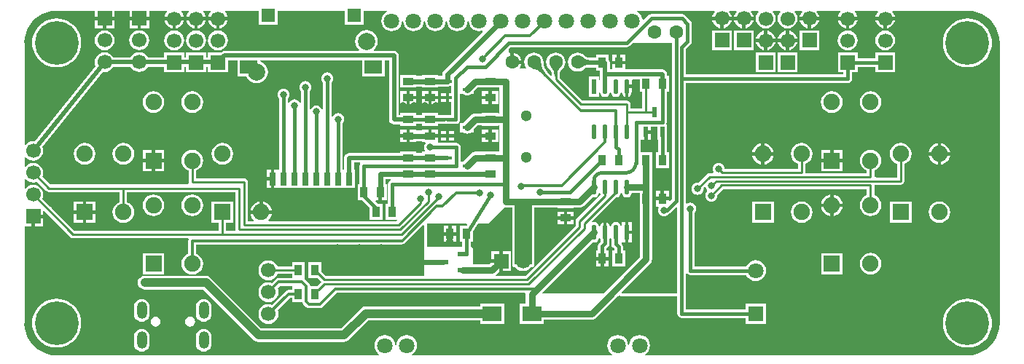
<source format=gbl>
G04*
G04 #@! TF.GenerationSoftware,Altium Limited,Altium Designer,21.9.1 (22)*
G04*
G04 Layer_Physical_Order=2*
G04 Layer_Color=5943554*
%FSLAX25Y25*%
%MOIN*%
G70*
G04*
G04 #@! TF.SameCoordinates,41BA0B49-DCAA-4547-B712-30F71D3BADEB*
G04*
G04*
G04 #@! TF.FilePolarity,Positive*
G04*
G01*
G75*
%ADD11C,0.01000*%
%ADD12C,0.00787*%
%ADD30C,0.00965*%
%ADD31C,0.01575*%
%ADD34R,0.03500X0.05000*%
%ADD35C,0.07480*%
%ADD37C,0.01181*%
%ADD38C,0.02362*%
%ADD40C,0.03150*%
%ADD42C,0.03937*%
%ADD43C,0.01968*%
%ADD44C,0.07087*%
%ADD45R,0.07087X0.07087*%
%ADD46C,0.20000*%
%ADD47C,0.06693*%
%ADD48R,0.06693X0.06693*%
%ADD49C,0.05118*%
%ADD50R,0.07480X0.07480*%
%ADD51O,0.04724X0.07874*%
%ADD52C,0.03150*%
%ADD53C,0.02362*%
%ADD54R,0.02165X0.07087*%
%ADD55O,0.02165X0.07087*%
%ADD56R,0.01968X0.04724*%
%ADD57R,0.08661X0.06890*%
%ADD58R,0.03937X0.01772*%
%ADD59R,0.05000X0.03500*%
%ADD60R,0.07874X0.05906*%
%ADD61R,0.03150X0.05906*%
%ADD62C,0.07874*%
%ADD63R,0.06299X0.06299*%
%ADD64R,0.04724X0.01968*%
%ADD65C,0.06299*%
%ADD66R,0.03876X0.28781*%
G36*
X400577Y148397D02*
X402829Y147856D01*
X404968Y146969D01*
X406943Y145759D01*
X408704Y144255D01*
X410208Y142494D01*
X411418Y140519D01*
X412305Y138380D01*
X412845Y136128D01*
X413021Y133900D01*
X413004Y133819D01*
Y5472D01*
X413021Y5391D01*
X412845Y3164D01*
X412305Y912D01*
X411418Y-1228D01*
X410208Y-3203D01*
X408704Y-4964D01*
X406943Y-6468D01*
X404968Y-7678D01*
X402829Y-8564D01*
X400577Y-9105D01*
X398348Y-9280D01*
X398268Y-9264D01*
X398268D01*
Y-9264D01*
X398267Y-9264D01*
X251007D01*
X250846Y-8791D01*
X251706Y-8131D01*
X252464Y-7144D01*
X252940Y-5995D01*
X253102Y-4761D01*
X252940Y-3528D01*
X252464Y-2379D01*
X251706Y-1392D01*
X250720Y-635D01*
X249570Y-158D01*
X248337Y4D01*
X247104Y-158D01*
X245954Y-635D01*
X244968Y-1392D01*
X244210Y-2379D01*
X243734Y-3528D01*
X243587Y-4646D01*
X243087D01*
X242940Y-3528D01*
X242464Y-2379D01*
X241706Y-1392D01*
X240720Y-635D01*
X239570Y-158D01*
X238337Y4D01*
X237104Y-158D01*
X235954Y-635D01*
X234967Y-1392D01*
X234210Y-2379D01*
X233734Y-3528D01*
X233572Y-4761D01*
X233734Y-5995D01*
X234210Y-7144D01*
X234967Y-8131D01*
X235828Y-8791D01*
X235667Y-9264D01*
X144472D01*
X144311Y-8791D01*
X145171Y-8131D01*
X145928Y-7144D01*
X146404Y-5995D01*
X146567Y-4761D01*
X146404Y-3528D01*
X145928Y-2379D01*
X145171Y-1392D01*
X144184Y-635D01*
X143035Y-158D01*
X141802Y4D01*
X140568Y-158D01*
X139419Y-635D01*
X138432Y-1392D01*
X137675Y-2379D01*
X137199Y-3528D01*
X137052Y-4646D01*
X136552D01*
X136404Y-3528D01*
X135928Y-2379D01*
X135171Y-1392D01*
X134184Y-635D01*
X133035Y-158D01*
X131802Y4D01*
X130568Y-158D01*
X129419Y-635D01*
X128432Y-1392D01*
X127675Y-2379D01*
X127199Y-3528D01*
X127036Y-4761D01*
X127199Y-5995D01*
X127675Y-7144D01*
X128432Y-8131D01*
X129292Y-8791D01*
X129132Y-9264D01*
X-18267D01*
X-18268Y-9264D01*
Y-9264D01*
X-18268D01*
X-18349Y-9280D01*
X-20577Y-9105D01*
X-22829Y-8564D01*
X-24968Y-7678D01*
X-26943Y-6468D01*
X-28704Y-4964D01*
X-30208Y-3203D01*
X-31418Y-1228D01*
X-32305Y912D01*
X-32845Y3164D01*
X-33021Y5391D01*
X-33004Y5472D01*
Y49803D01*
X-29787D01*
Y54331D01*
X-29000D01*
Y55118D01*
X-24472D01*
Y56726D01*
X-24011Y56917D01*
X-23212Y56119D01*
X-23092Y55999D01*
X-23092D01*
X-23092Y55999D01*
X-11942Y44849D01*
X-11386Y44477D01*
X-10730Y44347D01*
X41845D01*
X42081Y43906D01*
X42071Y43891D01*
X41934Y43200D01*
Y37216D01*
X41258Y36937D01*
X40230Y36148D01*
X39441Y35120D01*
X38946Y33923D01*
X38776Y32638D01*
X38946Y31353D01*
X39441Y30156D01*
X40230Y29128D01*
X41258Y28339D01*
X42456Y27843D01*
X43728Y27676D01*
Y27676D01*
X43696Y27177D01*
X22000D01*
X21178Y27068D01*
X20412Y26751D01*
X19754Y26246D01*
X19249Y25588D01*
X18932Y24822D01*
X18823Y24000D01*
X18932Y23178D01*
X19249Y22412D01*
X19754Y21754D01*
X20412Y21249D01*
X21178Y20932D01*
X22000Y20823D01*
X48684D01*
X71754Y-2246D01*
X72126Y-2532D01*
X72412Y-2751D01*
X72636Y-2844D01*
X73178Y-3069D01*
X74000Y-3177D01*
X113142D01*
X113964Y-3069D01*
X114730Y-2751D01*
X115388Y-2246D01*
X115388Y-2246D01*
X115388Y-2246D01*
X124316Y6681D01*
X175433D01*
Y5232D01*
X186457D01*
Y14484D01*
X175433D01*
Y13035D01*
X123000D01*
X122178Y12927D01*
X121412Y12609D01*
X120754Y12105D01*
X111826Y3177D01*
X75316D01*
X52246Y26246D01*
X51588Y26751D01*
X50822Y27068D01*
X50000Y27177D01*
X43785D01*
X43752Y27676D01*
X45025Y27843D01*
X46222Y28339D01*
X47250Y29128D01*
X48039Y30156D01*
X48535Y31353D01*
X48704Y32638D01*
X48535Y33923D01*
X48039Y35120D01*
X47250Y36148D01*
X46222Y36937D01*
X45547Y37216D01*
Y41394D01*
X139695D01*
X140386Y41531D01*
X140972Y41923D01*
X149334Y50284D01*
X149796Y50093D01*
Y26972D01*
X104838D01*
X102672Y29138D01*
Y33327D01*
X96809D01*
Y25964D01*
X100997D01*
X102710Y24252D01*
X100997Y22539D01*
X97689D01*
X97574Y23113D01*
X97183Y23699D01*
X95234Y25647D01*
X95119Y25725D01*
X95191Y25964D01*
X95191D01*
X95191Y25964D01*
Y33327D01*
X89329D01*
Y31359D01*
X82773D01*
X82537Y31929D01*
X81812Y32875D01*
X80866Y33601D01*
X79764Y34057D01*
X78583Y34212D01*
X77401Y34057D01*
X76299Y33601D01*
X75353Y32875D01*
X74628Y31929D01*
X74172Y30828D01*
X74016Y29646D01*
X74172Y28464D01*
X74628Y27362D01*
X75353Y26417D01*
X76299Y25691D01*
X77401Y25235D01*
X78583Y25079D01*
X79764Y25235D01*
X80866Y25691D01*
X81812Y26417D01*
X82537Y27362D01*
X82773Y27931D01*
X89329D01*
Y26177D01*
X83307D01*
X82616Y26039D01*
X82030Y25647D01*
X80242Y23859D01*
X79764Y24057D01*
X78583Y24212D01*
X77401Y24057D01*
X76299Y23600D01*
X75353Y22875D01*
X74628Y21929D01*
X74172Y20828D01*
X74016Y19646D01*
X74172Y18464D01*
X74628Y17362D01*
X75353Y16417D01*
X76299Y15691D01*
X77401Y15235D01*
X78583Y15079D01*
X79764Y15235D01*
X80866Y15691D01*
X81812Y16417D01*
X82537Y17362D01*
X82994Y18464D01*
X83149Y19646D01*
X82994Y20828D01*
X82796Y21305D01*
X84055Y22564D01*
X89329D01*
Y22539D01*
X89329D01*
Y20664D01*
X87795D01*
X87104Y20527D01*
X86518Y20135D01*
X80242Y13859D01*
X79764Y14057D01*
X78583Y14212D01*
X77401Y14057D01*
X76299Y13600D01*
X75353Y12875D01*
X74628Y11929D01*
X74172Y10828D01*
X74016Y9646D01*
X74172Y8464D01*
X74628Y7362D01*
X75353Y6417D01*
X76299Y5691D01*
X77401Y5235D01*
X78583Y5079D01*
X79764Y5235D01*
X80866Y5691D01*
X81812Y6417D01*
X82537Y7362D01*
X82994Y8464D01*
X83149Y9646D01*
X82994Y10828D01*
X82796Y11304D01*
X88543Y17052D01*
X89329D01*
Y15177D01*
X94144D01*
X94237Y14710D01*
X94628Y14124D01*
X95896Y12857D01*
X96482Y12465D01*
X97173Y12327D01*
X102205D01*
X102896Y12465D01*
X103482Y12857D01*
X109987Y19361D01*
X195986D01*
X196316Y18985D01*
X196275Y18681D01*
Y14484D01*
X193543D01*
Y5232D01*
X204567D01*
Y7079D01*
X226500D01*
X227220Y7173D01*
X227890Y7451D01*
X228466Y7893D01*
X228466Y7893D01*
X228466Y7893D01*
X238256Y17683D01*
X239085Y18237D01*
D01*
X239375Y18148D01*
Y18148D01*
X239571Y18017D01*
X239765Y17887D01*
X240073Y17826D01*
X240226Y17796D01*
X265568D01*
Y9803D01*
X265568Y9803D01*
X265568D01*
X265721Y9035D01*
X266156Y8384D01*
X266807Y7949D01*
X267575Y7796D01*
X296693D01*
Y5079D01*
X306142D01*
Y14528D01*
X296693D01*
Y11810D01*
X269582D01*
Y27955D01*
X270060Y28100D01*
X270081Y28069D01*
X270732Y27634D01*
X271500Y27481D01*
X297135D01*
X297291Y27106D01*
X298048Y26119D01*
X299035Y25361D01*
X300184Y24885D01*
X301417Y24723D01*
X302651Y24885D01*
X303800Y25361D01*
X304787Y26119D01*
X305544Y27106D01*
X306020Y28255D01*
X306183Y29488D01*
X306020Y30722D01*
X305544Y31871D01*
X304787Y32858D01*
X303800Y33615D01*
X302651Y34091D01*
X301417Y34253D01*
X300184Y34091D01*
X299035Y33615D01*
X298048Y32858D01*
X297291Y31871D01*
X297135Y31495D01*
X273507D01*
Y55949D01*
X273907Y56471D01*
X274185Y57141D01*
X274280Y57861D01*
X274185Y58580D01*
X273907Y59250D01*
X273465Y59826D01*
X272890Y60268D01*
X272219Y60546D01*
X271500Y60640D01*
X270781Y60546D01*
X270110Y60268D01*
X270030Y60207D01*
X269582Y60428D01*
Y115351D01*
X343532D01*
X344300Y115504D01*
X344951Y115939D01*
X345386Y116590D01*
X345539Y117358D01*
Y120343D01*
X348059D01*
Y122864D01*
X356137D01*
Y120343D01*
X365192D01*
Y129398D01*
X356137D01*
Y126878D01*
X348059D01*
Y129398D01*
X339004D01*
Y120343D01*
X341525D01*
Y119365D01*
X269582D01*
Y130962D01*
X271734Y133114D01*
X272169Y133765D01*
X272322Y134533D01*
Y142418D01*
X272169Y143186D01*
X271734Y143837D01*
X269152Y146419D01*
X268501Y146854D01*
X267733Y147007D01*
X253680D01*
X252912Y146854D01*
X252261Y146419D01*
X250149Y144307D01*
X249676Y144468D01*
X249593Y145094D01*
X249117Y146243D01*
X248360Y147230D01*
X247373Y147987D01*
X247185Y148065D01*
X247283Y148556D01*
X282487D01*
X282708Y148107D01*
X282045Y147244D01*
X281589Y146143D01*
X281537Y145748D01*
X290463D01*
X290411Y146143D01*
X289955Y147244D01*
X289292Y148107D01*
X289513Y148556D01*
X292487D01*
X292708Y148107D01*
X292045Y147244D01*
X291589Y146143D01*
X291537Y145748D01*
X300463D01*
X300411Y146143D01*
X299955Y147244D01*
X299292Y148107D01*
X299514Y148556D01*
X302616D01*
X302771Y148100D01*
X302045Y147154D01*
X301589Y146053D01*
X301433Y144871D01*
X301589Y143689D01*
X302045Y142588D01*
X302771Y141642D01*
X303717Y140916D01*
X304818Y140460D01*
X306000Y140304D01*
X307182Y140460D01*
X308283Y140916D01*
X309229Y141642D01*
X309955Y142588D01*
X310411Y143689D01*
X310567Y144871D01*
X310411Y146053D01*
X309955Y147154D01*
X309229Y148100D01*
X309384Y148556D01*
X312616D01*
X312771Y148100D01*
X312045Y147154D01*
X311589Y146053D01*
X311433Y144871D01*
X311589Y143689D01*
X312045Y142588D01*
X312771Y141642D01*
X313717Y140916D01*
X314818Y140460D01*
X316000Y140304D01*
X317182Y140460D01*
X318283Y140916D01*
X319229Y141642D01*
X319955Y142588D01*
X320411Y143689D01*
X320567Y144871D01*
X320411Y146053D01*
X319955Y147154D01*
X319229Y148100D01*
X319384Y148556D01*
X322486D01*
X322708Y148107D01*
X322045Y147244D01*
X321589Y146143D01*
X321537Y145748D01*
X330463D01*
X330411Y146143D01*
X329955Y147244D01*
X329292Y148107D01*
X329514Y148556D01*
X340148D01*
X340303Y148100D01*
X339577Y147154D01*
X339121Y146053D01*
X339069Y145658D01*
X347995D01*
X347943Y146053D01*
X347486Y147154D01*
X346761Y148100D01*
X346916Y148556D01*
X357280D01*
X357435Y148100D01*
X356709Y147154D01*
X356253Y146053D01*
X356201Y145658D01*
X365127D01*
X365075Y146053D01*
X364619Y147154D01*
X363893Y148100D01*
X364048Y148556D01*
X398268D01*
X398349Y148572D01*
X400577Y148397D01*
D02*
G37*
G36*
X-18268Y148556D02*
X-866D01*
Y145724D01*
X8189D01*
Y148556D01*
X15000D01*
Y145787D01*
X24055D01*
Y148556D01*
X32112D01*
X32267Y148100D01*
X31541Y147154D01*
X31085Y146053D01*
X31033Y145658D01*
X39959D01*
X39907Y146053D01*
X39451Y147154D01*
X38725Y148100D01*
X38880Y148556D01*
X42112D01*
X42267Y148100D01*
X41541Y147154D01*
X41085Y146053D01*
X41033Y145658D01*
X49959D01*
X49907Y146053D01*
X49451Y147154D01*
X48725Y148100D01*
X48880Y148556D01*
X52112D01*
X52267Y148100D01*
X51541Y147154D01*
X51085Y146053D01*
X51033Y145658D01*
X59959D01*
X59907Y146053D01*
X59451Y147154D01*
X58725Y148100D01*
X58880Y148556D01*
X74115D01*
Y142080D01*
X82776D01*
Y148556D01*
X113415D01*
Y142080D01*
X122076D01*
Y148556D01*
X132699D01*
X132796Y148065D01*
X132608Y147987D01*
X131621Y147230D01*
X130864Y146243D01*
X130388Y145094D01*
X130225Y143861D01*
X130388Y142627D01*
X130864Y141478D01*
X131621Y140491D01*
X132608Y139734D01*
X133757Y139258D01*
X134991Y139095D01*
X136224Y139258D01*
X137373Y139734D01*
X138360Y140491D01*
X139117Y141478D01*
X139593Y142627D01*
X139741Y143745D01*
X140241D01*
X140388Y142627D01*
X140864Y141478D01*
X141621Y140491D01*
X142608Y139734D01*
X143757Y139258D01*
X144991Y139095D01*
X146224Y139258D01*
X147373Y139734D01*
X148360Y140491D01*
X149117Y141478D01*
X149593Y142627D01*
X149741Y143745D01*
X150241D01*
X150388Y142627D01*
X150864Y141478D01*
X151621Y140491D01*
X152608Y139734D01*
X153757Y139258D01*
X154991Y139095D01*
X156224Y139258D01*
X157373Y139734D01*
X158360Y140491D01*
X159117Y141478D01*
X159593Y142627D01*
X159741Y143745D01*
X160241D01*
X160388Y142627D01*
X160864Y141478D01*
X161621Y140491D01*
X162608Y139734D01*
X163757Y139258D01*
X164991Y139095D01*
X166224Y139258D01*
X167373Y139734D01*
X168360Y140491D01*
X169117Y141478D01*
X169593Y142627D01*
X169741Y143745D01*
X170241D01*
X170388Y142627D01*
X170864Y141478D01*
X171621Y140491D01*
X172608Y139734D01*
X173757Y139258D01*
X174991Y139095D01*
X176224Y139258D01*
X176354Y139312D01*
X176632Y138896D01*
X158797Y121061D01*
X158275Y120280D01*
X158091Y119358D01*
Y118609D01*
X156181D01*
Y119132D01*
X148819D01*
Y118609D01*
X146180D01*
Y119131D01*
X138818D01*
Y113269D01*
X146180D01*
Y113792D01*
X148819D01*
Y113270D01*
X156181D01*
Y113792D01*
X160500D01*
X161422Y113976D01*
X161659Y114134D01*
X162293D01*
Y110787D01*
X161287D01*
Y108721D01*
Y106653D01*
X162293D01*
Y100768D01*
X157350D01*
Y100708D01*
X156180D01*
Y101632D01*
X148818D01*
Y100708D01*
X146180D01*
Y101632D01*
X138818D01*
Y100909D01*
X138208D01*
Y128000D01*
X138040Y128845D01*
X137561Y129561D01*
X136845Y130040D01*
X136000Y130208D01*
X126950D01*
X126789Y130681D01*
X127052Y130883D01*
X127872Y131952D01*
X128388Y133197D01*
X128564Y134533D01*
X128388Y135869D01*
X127872Y137114D01*
X127052Y138183D01*
X125983Y139004D01*
X124738Y139519D01*
X123402Y139695D01*
X122065Y139519D01*
X120820Y139004D01*
X119751Y138183D01*
X118931Y137114D01*
X118415Y135869D01*
X118239Y134533D01*
X118415Y133197D01*
X118931Y131952D01*
X119751Y130883D01*
X120014Y130681D01*
X119853Y130208D01*
X58625D01*
X57780Y130040D01*
X57064Y129561D01*
X56902Y129398D01*
X50969D01*
Y127144D01*
X50024D01*
Y129398D01*
X40969D01*
Y127144D01*
X40024D01*
Y129398D01*
X30969D01*
Y127144D01*
X23540D01*
X23483Y127283D01*
X22757Y128229D01*
X21811Y128955D01*
X20710Y129411D01*
X19528Y129567D01*
X18346Y129411D01*
X17244Y128955D01*
X16299Y128229D01*
X15573Y127283D01*
X15515Y127144D01*
X7648D01*
X7616Y127220D01*
X6891Y128165D01*
X5945Y128891D01*
X4843Y129347D01*
X3662Y129503D01*
X2480Y129347D01*
X1378Y128891D01*
X433Y128165D01*
X-293Y127220D01*
X-750Y126118D01*
X-905Y124936D01*
X-750Y123754D01*
X-536Y123240D01*
X-28240Y88797D01*
X-29000Y88897D01*
X-30182Y88742D01*
X-31283Y88285D01*
X-32229Y87560D01*
X-32531Y87166D01*
X-33004Y87327D01*
Y133819D01*
X-33021Y133900D01*
X-32845Y136128D01*
X-32305Y138380D01*
X-31418Y140519D01*
X-30208Y142494D01*
X-28704Y144255D01*
X-26943Y145759D01*
X-24968Y146969D01*
X-22829Y147856D01*
X-20577Y148397D01*
X-18349Y148572D01*
X-18268Y148556D01*
D02*
G37*
G36*
X133792Y98701D02*
X133960Y97856D01*
X134439Y97140D01*
X135155Y96661D01*
X136000Y96493D01*
X138818D01*
Y95770D01*
X146180D01*
Y96693D01*
X148818D01*
Y95770D01*
X156180D01*
Y96693D01*
X157350D01*
Y96634D01*
X163650D01*
Y96694D01*
X164300D01*
X165068Y96846D01*
X165719Y97282D01*
X166154Y97933D01*
X166307Y98701D01*
Y110394D01*
X167596D01*
X168039Y110053D01*
X168710Y109775D01*
X169429Y109681D01*
X170149Y109775D01*
X170819Y110053D01*
X171263Y110394D01*
X172579D01*
Y111679D01*
X174320Y113421D01*
X176318D01*
Y113269D01*
X183680D01*
Y113421D01*
X184220D01*
Y101480D01*
X183681D01*
Y101632D01*
X176319D01*
Y101480D01*
X173169D01*
X172450Y101385D01*
X171779Y101108D01*
X171203Y100666D01*
X167565Y97028D01*
X166279D01*
Y92894D01*
X167596D01*
X168039Y92553D01*
X168710Y92276D01*
X169429Y92181D01*
X170149Y92276D01*
X170819Y92553D01*
X171263Y92894D01*
X172579D01*
Y94179D01*
X174320Y95921D01*
X176319D01*
Y95769D01*
X183681D01*
Y95921D01*
X184220D01*
Y83980D01*
X183681D01*
Y84131D01*
X176319D01*
Y83980D01*
X173169D01*
X172450Y83885D01*
X171779Y83608D01*
X171203Y83166D01*
X167565Y79528D01*
X166507D01*
Y85961D01*
X166354Y86729D01*
X165919Y87380D01*
X165268Y87815D01*
X164500Y87968D01*
X156180D01*
Y88289D01*
X156180D01*
Y90433D01*
X152499D01*
Y91220D01*
X151712D01*
Y94151D01*
X148818D01*
Y93629D01*
X146180D01*
Y94151D01*
X143287D01*
Y91220D01*
Y88289D01*
X146180D01*
Y88812D01*
X148818D01*
Y88289D01*
X150248D01*
X150469Y87841D01*
X150093Y87350D01*
X149815Y86680D01*
X149720Y85961D01*
X149815Y85241D01*
X150093Y84571D01*
X149876Y84132D01*
X148818D01*
Y83409D01*
X146181D01*
Y84131D01*
X138819D01*
Y83408D01*
X115532D01*
X114687Y83240D01*
X113970Y82762D01*
X113492Y82045D01*
X113324Y81200D01*
Y75645D01*
X112539D01*
Y96949D01*
X112939Y97471D01*
X113217Y98141D01*
X113311Y98861D01*
X113217Y99580D01*
X112939Y100250D01*
X112497Y100826D01*
X111922Y101268D01*
X111251Y101546D01*
X110532Y101640D01*
X109812Y101546D01*
X109142Y101268D01*
X108566Y100826D01*
X108124Y100250D01*
X108029Y100021D01*
X107539Y100118D01*
Y115600D01*
X107939Y116121D01*
X108217Y116792D01*
X108311Y117511D01*
X108217Y118230D01*
X107939Y118901D01*
X107497Y119477D01*
X106922Y119918D01*
X106251Y120196D01*
X105532Y120291D01*
X104812Y120196D01*
X104142Y119918D01*
X103566Y119477D01*
X103124Y118901D01*
X102847Y118230D01*
X102752Y117511D01*
X102847Y116792D01*
X103124Y116121D01*
X103524Y115600D01*
Y103518D01*
X103034Y103420D01*
X102939Y103650D01*
X102497Y104226D01*
X101921Y104668D01*
X101251Y104946D01*
X100532Y105040D01*
X99812Y104946D01*
X99142Y104668D01*
X98566Y104226D01*
X98124Y103650D01*
X98029Y103420D01*
X97539Y103518D01*
Y111600D01*
X97939Y112121D01*
X98217Y112792D01*
X98311Y113511D01*
X98217Y114231D01*
X97939Y114901D01*
X97497Y115477D01*
X96921Y115918D01*
X96251Y116196D01*
X95532Y116291D01*
X94812Y116196D01*
X94142Y115918D01*
X93566Y115477D01*
X93124Y114901D01*
X92847Y114231D01*
X92752Y113511D01*
X92847Y112792D01*
X93124Y112121D01*
X93524Y111600D01*
Y106418D01*
X93034Y106321D01*
X92939Y106551D01*
X92497Y107126D01*
X91922Y107568D01*
X91251Y107846D01*
X90532Y107940D01*
X89812Y107846D01*
X89142Y107568D01*
X88566Y107126D01*
X88124Y106551D01*
X88029Y106321D01*
X87539Y106418D01*
Y108100D01*
X87939Y108621D01*
X88217Y109292D01*
X88311Y110011D01*
X88217Y110731D01*
X87939Y111401D01*
X87497Y111977D01*
X86922Y112418D01*
X86251Y112696D01*
X85532Y112791D01*
X84812Y112696D01*
X84142Y112418D01*
X83566Y111977D01*
X83124Y111401D01*
X82847Y110731D01*
X82752Y110011D01*
X82847Y109292D01*
X83124Y108621D01*
X83525Y108100D01*
Y75645D01*
X81319D01*
Y71511D01*
Y67377D01*
X118288D01*
Y75645D01*
X117739D01*
Y78993D01*
X120386D01*
X120622Y78552D01*
X120406Y78229D01*
X120253Y77461D01*
Y69142D01*
X119329D01*
Y61779D01*
X121382D01*
X124829Y58333D01*
Y52780D01*
X130691D01*
Y60142D01*
X128696D01*
X127521Y61317D01*
X127712Y61779D01*
X128953D01*
Y65460D01*
X130528D01*
Y61779D01*
X132671D01*
Y69142D01*
X132149D01*
Y71312D01*
X134373D01*
X134472Y70815D01*
X133821Y70380D01*
X133386Y69729D01*
X133233Y68961D01*
Y60142D01*
X132309D01*
Y52780D01*
X137342D01*
X137420Y52590D01*
X137143Y52175D01*
X78774D01*
X78613Y52648D01*
X78746Y52750D01*
X79535Y53778D01*
X80031Y54975D01*
X80096Y55472D01*
X70376D01*
X70442Y54975D01*
X70938Y53778D01*
X71726Y52750D01*
X71859Y52648D01*
X71698Y52175D01*
X69246D01*
Y70011D01*
X69115Y70667D01*
X68744Y71223D01*
X68187Y71595D01*
X67532Y71725D01*
X45454D01*
Y75265D01*
X46222Y75583D01*
X47250Y76372D01*
X48039Y77400D01*
X48535Y78597D01*
X48704Y79882D01*
X48535Y81167D01*
X48039Y82364D01*
X47250Y83392D01*
X46222Y84181D01*
X45025Y84676D01*
X43740Y84846D01*
X42456Y84676D01*
X41258Y84181D01*
X40230Y83392D01*
X39441Y82364D01*
X38946Y81167D01*
X38776Y79882D01*
X38946Y78597D01*
X39441Y77400D01*
X40230Y76372D01*
X41258Y75583D01*
X42026Y75265D01*
Y70011D01*
X42157Y69355D01*
X41513Y68925D01*
X-21170D01*
X-24825Y72579D01*
X-24589Y73149D01*
X-24433Y74331D01*
X-24589Y75513D01*
X-25045Y76614D01*
X-25771Y77560D01*
X-26717Y78285D01*
X-27818Y78742D01*
X-29000Y78897D01*
X-30182Y78742D01*
X-31283Y78285D01*
X-32229Y77560D01*
X-32531Y77166D01*
X-33004Y77327D01*
Y81334D01*
X-32531Y81495D01*
X-32229Y81102D01*
X-31283Y80376D01*
X-30182Y79920D01*
X-29000Y79764D01*
X-27818Y79920D01*
X-26717Y80376D01*
X-25771Y81102D01*
X-25045Y82047D01*
X-24589Y83149D01*
X-24433Y84331D01*
X-24589Y85513D01*
X-24802Y86027D01*
X2902Y120470D01*
X3662Y120370D01*
X4843Y120525D01*
X5945Y120982D01*
X6891Y121707D01*
X7616Y122653D01*
X7648Y122729D01*
X15568D01*
X15573Y122717D01*
X16299Y121771D01*
X17244Y121045D01*
X18346Y120589D01*
X19528Y120433D01*
X20710Y120589D01*
X21811Y121045D01*
X22757Y121771D01*
X23483Y122717D01*
X23487Y122729D01*
X30969D01*
Y120343D01*
X40024D01*
Y122729D01*
X40969D01*
Y120343D01*
X50024D01*
Y122729D01*
X50969D01*
Y120343D01*
X60024D01*
Y125792D01*
X64339D01*
Y118535D01*
X68414D01*
X68695Y117858D01*
X69515Y116788D01*
X70584Y115968D01*
X71829Y115452D01*
X73165Y115276D01*
X74502Y115452D01*
X75747Y115968D01*
X76816Y116788D01*
X77636Y117858D01*
X78152Y119103D01*
X78328Y120439D01*
X78152Y121775D01*
X77636Y123020D01*
X76816Y124089D01*
X75747Y124909D01*
X74799Y125302D01*
X74897Y125792D01*
X121425D01*
Y118535D01*
X131661D01*
Y125792D01*
X133792D01*
Y98701D01*
D02*
G37*
G36*
X262993Y62192D02*
X262134Y61333D01*
X261672Y61524D01*
Y61673D01*
X255809D01*
Y58779D01*
X256779D01*
X257057Y58363D01*
X256815Y57780D01*
X256720Y57061D01*
X256815Y56341D01*
X257093Y55671D01*
X257535Y55095D01*
X258110Y54653D01*
X258781Y54376D01*
X259500Y54281D01*
X260220Y54376D01*
X260890Y54653D01*
X261466Y55095D01*
X261638Y55320D01*
X262119Y55641D01*
X265106Y58628D01*
X265568Y58437D01*
Y19000D01*
X240432D01*
X240154Y19416D01*
X240271Y19698D01*
X253226Y32653D01*
X253668Y33229D01*
X253945Y33899D01*
X254040Y34618D01*
Y58779D01*
X254191D01*
Y66141D01*
X254040D01*
Y76280D01*
X254191D01*
Y83642D01*
X248694D01*
Y89417D01*
X249095D01*
Y89417D01*
X250472D01*
Y92961D01*
X251260D01*
Y93748D01*
X253425D01*
Y95371D01*
X256575D01*
Y89417D01*
X256733D01*
Y83642D01*
X255809D01*
Y76280D01*
X261671D01*
Y83642D01*
X260747D01*
Y89417D01*
X260906D01*
Y96504D01*
X260906D01*
X260594Y96610D01*
X260594D01*
X260747Y97378D01*
Y111280D01*
X261671D01*
Y118642D01*
X260948D01*
Y119445D01*
X260780Y120290D01*
X260301Y121006D01*
X259585Y121485D01*
X258740Y121653D01*
X241671D01*
Y123976D01*
X235809D01*
Y121653D01*
X234708D01*
Y124764D01*
X234540Y125608D01*
X234191Y126130D01*
Y128445D01*
X228329D01*
Y126971D01*
X225606D01*
X224801Y127077D01*
X223872Y127462D01*
X223136Y128027D01*
X223089Y128089D01*
X223092Y128092D01*
X223084Y128098D01*
Y128098D01*
X223084Y128098D01*
X223028Y128135D01*
X222184Y128783D01*
X221130Y129219D01*
X220000Y129368D01*
X218869Y129219D01*
X217816Y128783D01*
X216911Y128089D01*
X216217Y127184D01*
X215781Y126130D01*
X215632Y125000D01*
X215781Y123870D01*
X216217Y122816D01*
X216911Y121911D01*
X217816Y121217D01*
X218869Y120781D01*
X220000Y120632D01*
X221130Y120781D01*
X222184Y121217D01*
X223029Y121865D01*
X223092Y121908D01*
X223089Y121911D01*
X223146Y121985D01*
X223796Y122420D01*
X224478Y122556D01*
X228329D01*
Y121082D01*
X230292D01*
Y116974D01*
X229922Y116639D01*
X229764Y116654D01*
Y118520D01*
X225236D01*
Y109071D01*
X229764D01*
Y110936D01*
X230261Y110985D01*
X230368Y110451D01*
X230868Y109703D01*
X231617Y109202D01*
X232500Y109027D01*
X233383Y109202D01*
X234132Y109703D01*
X234632Y110451D01*
X234750Y111042D01*
X235250D01*
X235368Y110451D01*
X235868Y109703D01*
X236617Y109202D01*
X237500Y109027D01*
X238383Y109202D01*
X239132Y109703D01*
X239632Y110451D01*
X239750Y111042D01*
X240250D01*
X240368Y110451D01*
X240868Y109703D01*
X241617Y109202D01*
X241713Y109183D01*
Y113795D01*
X242500D01*
Y114583D01*
X244808D01*
Y116256D01*
X244690Y116851D01*
X245007Y117237D01*
X248328D01*
Y111280D01*
X249546D01*
Y103675D01*
X244214D01*
Y105661D01*
X244084Y106317D01*
X243712Y106873D01*
X243156Y107244D01*
X242500Y107375D01*
X222110D01*
X211714Y117771D01*
Y118603D01*
X211720D01*
X211714Y118666D01*
Y118779D01*
X211851Y119821D01*
X212321Y120956D01*
X213005Y121847D01*
X213089Y121911D01*
X213783Y122816D01*
X214219Y123870D01*
X214368Y125000D01*
X214219Y126130D01*
X213783Y127184D01*
X213089Y128089D01*
X212184Y128783D01*
X211130Y129219D01*
X210000Y129368D01*
X208870Y129219D01*
X207816Y128783D01*
X206911Y128089D01*
X206217Y127184D01*
X205781Y126130D01*
X205632Y125000D01*
X205781Y123870D01*
X206217Y122816D01*
X206911Y121911D01*
X206995Y121847D01*
X207679Y120956D01*
X208149Y119821D01*
X208246Y119082D01*
X207798Y118861D01*
X206163Y120496D01*
X205453Y121361D01*
X204848Y122493D01*
X204475Y123722D01*
X204357Y124918D01*
X204368Y125000D01*
X204219Y126130D01*
X203783Y127184D01*
X203089Y128089D01*
X202184Y128783D01*
X201131Y129219D01*
X200000Y129368D01*
X198870Y129219D01*
X197816Y128783D01*
X196911Y128089D01*
X196217Y127184D01*
X195781Y126130D01*
X195632Y125000D01*
X195781Y123870D01*
X196217Y122816D01*
X196520Y122421D01*
X196299Y121973D01*
X193701D01*
X193480Y122421D01*
X193783Y122816D01*
X194219Y123870D01*
X194264Y124213D01*
X190000D01*
Y125000D01*
X189213D01*
Y129264D01*
X189034Y129241D01*
X188658Y129571D01*
Y130980D01*
X189490Y131812D01*
X242499D01*
X243267Y131965D01*
X243919Y132400D01*
X245338Y133819D01*
X262993D01*
Y62192D01*
D02*
G37*
G36*
X240368Y64451D02*
X240868Y63702D01*
X241617Y63202D01*
X242500Y63026D01*
X243383Y63202D01*
X244132Y63702D01*
X244632Y64451D01*
X244745Y65016D01*
X248329D01*
Y58779D01*
X248481D01*
Y35770D01*
X231711Y19000D01*
X203958D01*
X203767Y19462D01*
X226801Y42496D01*
X227500Y42357D01*
X228383Y42533D01*
X229132Y43033D01*
X229632Y43782D01*
X229750Y44373D01*
X230250D01*
X230368Y43782D01*
X230493Y43595D01*
Y42790D01*
X229840Y42137D01*
X229405Y41486D01*
X229253Y40718D01*
Y38642D01*
X228328D01*
Y35748D01*
X234191D01*
Y38642D01*
X233267D01*
Y39887D01*
X233919Y40539D01*
X234354Y41190D01*
X234507Y41958D01*
Y43595D01*
X234632Y43782D01*
X234750Y44373D01*
X235250D01*
X235368Y43782D01*
X235493Y43595D01*
Y41661D01*
X235646Y40893D01*
X236081Y40241D01*
X236733Y39590D01*
Y38642D01*
X235809D01*
Y31280D01*
X241671D01*
Y38642D01*
X240747D01*
Y40421D01*
X240594Y41189D01*
X240159Y41840D01*
X240059Y41940D01*
X240251Y42402D01*
X241713D01*
Y47126D01*
Y51850D01*
X240236D01*
Y49985D01*
X239739Y49936D01*
X239632Y50470D01*
X239132Y51219D01*
X238383Y51719D01*
X237500Y51895D01*
X236617Y51719D01*
X235868Y51219D01*
X235368Y50470D01*
X235250Y49879D01*
X234750D01*
X234632Y50470D01*
X234132Y51219D01*
X233383Y51719D01*
X233287Y51738D01*
Y47126D01*
X231713D01*
Y51738D01*
X231617Y51719D01*
X230868Y51219D01*
X230368Y50470D01*
X230250Y49879D01*
X229750D01*
X229632Y50470D01*
X229132Y51219D01*
X228383Y51719D01*
X227500Y51895D01*
X226797Y51755D01*
X226562Y52196D01*
X237410Y63044D01*
X237500Y63026D01*
X238383Y63202D01*
X239132Y63702D01*
X239632Y64451D01*
X239750Y65042D01*
X240250D01*
X240368Y64451D01*
D02*
G37*
G36*
X230368D02*
X230488Y64271D01*
X219584Y53366D01*
X219212Y52810D01*
X219082Y52154D01*
Y49972D01*
X196082Y26972D01*
X182586D01*
X182425Y27446D01*
X182828Y27755D01*
X182828Y27755D01*
X182828Y27755D01*
X184213Y29140D01*
Y33071D01*
X180281D01*
X179711Y32500D01*
X172121D01*
Y39224D01*
X172029Y39685D01*
X171768Y40076D01*
X171377Y40337D01*
X171101Y40392D01*
Y42658D01*
X172025D01*
Y47265D01*
X174331Y51000D01*
X179089D01*
X186476Y58388D01*
X187000Y58319D01*
X190038D01*
Y32317D01*
X190129Y31857D01*
X190390Y31466D01*
X190781Y31205D01*
X191242Y31113D01*
X191400D01*
X191771Y30629D01*
X192717Y29903D01*
X193818Y29447D01*
X195000Y29292D01*
X196182Y29447D01*
X197283Y29903D01*
X198229Y30629D01*
X198600Y31113D01*
X198995D01*
X199455Y31205D01*
X199846Y31466D01*
X200107Y31857D01*
X200199Y32317D01*
Y58319D01*
X210819D01*
Y58167D01*
X218181D01*
Y58319D01*
X220803D01*
X221522Y58413D01*
X222193Y58691D01*
X222769Y59133D01*
X226801Y63165D01*
X227500Y63026D01*
X228383Y63202D01*
X229132Y63702D01*
X229632Y64451D01*
X229750Y65042D01*
X230250D01*
X230368Y64451D01*
D02*
G37*
G36*
X-32229Y71102D02*
X-31283Y70376D01*
X-30182Y69920D01*
X-29000Y69764D01*
X-27818Y69920D01*
X-27249Y70155D01*
X-23092Y65999D01*
X-22536Y65627D01*
X-22427Y65606D01*
X-21880Y65497D01*
X10530D01*
Y60877D01*
X9762Y60559D01*
X8734Y59770D01*
X7945Y58742D01*
X7449Y57545D01*
X7280Y56260D01*
X7449Y54975D01*
X7945Y53778D01*
X8734Y52750D01*
X9762Y51961D01*
X10959Y51465D01*
X12244Y51296D01*
X13529Y51465D01*
X14726Y51961D01*
X15754Y52750D01*
X16543Y53778D01*
X17039Y54975D01*
X17208Y56260D01*
X17039Y57545D01*
X16543Y58742D01*
X15754Y59770D01*
X14726Y60559D01*
X13958Y60877D01*
Y65497D01*
X63418D01*
Y48361D01*
X63457Y48161D01*
X63140Y47775D01*
X59234D01*
Y51339D01*
X62441D01*
Y61181D01*
X52598D01*
Y51339D01*
X55806D01*
Y47775D01*
X-10020D01*
X-20427Y58182D01*
X-20668Y58543D01*
X-21029Y58784D01*
X-24825Y62579D01*
X-24589Y63149D01*
X-24433Y64331D01*
X-24589Y65513D01*
X-25045Y66614D01*
X-25771Y67560D01*
X-26717Y68286D01*
X-27818Y68742D01*
X-29000Y68897D01*
X-30182Y68742D01*
X-31283Y68286D01*
X-32229Y67560D01*
X-32531Y67166D01*
X-33004Y67327D01*
Y71334D01*
X-32531Y71495D01*
X-32229Y71102D01*
D02*
G37*
G36*
X169344Y50563D02*
X169008Y50020D01*
X166163D01*
Y42658D01*
X167087D01*
Y40429D01*
X151000D01*
Y50093D01*
X151000Y50093D01*
X151000Y50093D01*
Y50093D01*
Y51000D01*
X169100D01*
X169344Y50563D01*
D02*
G37*
%LPC*%
G36*
X330463Y144173D02*
X326787D01*
Y140498D01*
X327182Y140550D01*
X328283Y141006D01*
X329229Y141732D01*
X329955Y142677D01*
X330411Y143779D01*
X330463Y144173D01*
D02*
G37*
G36*
X325213D02*
X321537D01*
X321589Y143779D01*
X322045Y142677D01*
X322771Y141732D01*
X323717Y141006D01*
X324818Y140550D01*
X325213Y140498D01*
Y144173D01*
D02*
G37*
G36*
X300463D02*
X296787D01*
Y140498D01*
X297182Y140550D01*
X298283Y141006D01*
X299229Y141732D01*
X299955Y142677D01*
X300411Y143779D01*
X300463Y144173D01*
D02*
G37*
G36*
X295213D02*
X291537D01*
X291589Y143779D01*
X292045Y142677D01*
X292771Y141732D01*
X293717Y141006D01*
X294818Y140550D01*
X295213Y140498D01*
Y144173D01*
D02*
G37*
G36*
X290463D02*
X286787D01*
Y140498D01*
X287182Y140550D01*
X288283Y141006D01*
X289229Y141732D01*
X289955Y142677D01*
X290411Y143779D01*
X290463Y144173D01*
D02*
G37*
G36*
X285213D02*
X281537D01*
X281589Y143779D01*
X282045Y142677D01*
X282771Y141732D01*
X283717Y141006D01*
X284818Y140550D01*
X285213Y140498D01*
Y144173D01*
D02*
G37*
G36*
X365127Y144083D02*
X361452D01*
Y140408D01*
X361846Y140460D01*
X362948Y140916D01*
X363893Y141642D01*
X364619Y142588D01*
X365075Y143689D01*
X365127Y144083D01*
D02*
G37*
G36*
X359877D02*
X356201D01*
X356253Y143689D01*
X356709Y142588D01*
X357435Y141642D01*
X358381Y140916D01*
X359482Y140460D01*
X359877Y140408D01*
Y144083D01*
D02*
G37*
G36*
X347995D02*
X344319D01*
Y140408D01*
X344714Y140460D01*
X345815Y140916D01*
X346761Y141642D01*
X347486Y142588D01*
X347943Y143689D01*
X347995Y144083D01*
D02*
G37*
G36*
X342744D02*
X339069D01*
X339121Y143689D01*
X339577Y142588D01*
X340303Y141642D01*
X341248Y140916D01*
X342350Y140460D01*
X342744Y140408D01*
Y144083D01*
D02*
G37*
G36*
X316787Y139334D02*
Y135658D01*
X320463D01*
X320411Y136053D01*
X319955Y137154D01*
X319229Y138100D01*
X318283Y138826D01*
X317182Y139282D01*
X316787Y139334D01*
D02*
G37*
G36*
X315213D02*
X314818Y139282D01*
X313717Y138826D01*
X312771Y138100D01*
X312045Y137154D01*
X311589Y136053D01*
X311537Y135658D01*
X315213D01*
Y139334D01*
D02*
G37*
G36*
X306787D02*
Y135658D01*
X310463D01*
X310411Y136053D01*
X309955Y137154D01*
X309229Y138100D01*
X308283Y138826D01*
X307182Y139282D01*
X306787Y139334D01*
D02*
G37*
G36*
X305213D02*
X304818Y139282D01*
X303717Y138826D01*
X302771Y138100D01*
X302045Y137154D01*
X301589Y136053D01*
X301537Y135658D01*
X305213D01*
Y139334D01*
D02*
G37*
G36*
X330528Y139488D02*
X321473D01*
Y130433D01*
X330528D01*
Y139488D01*
D02*
G37*
G36*
X300528D02*
X291473D01*
Y130433D01*
X300528D01*
Y139488D01*
D02*
G37*
G36*
X290528D02*
X281472D01*
Y130433D01*
X290528D01*
Y139488D01*
D02*
G37*
G36*
X320463Y134083D02*
X316787D01*
Y130408D01*
X317182Y130460D01*
X318283Y130916D01*
X319229Y131642D01*
X319955Y132588D01*
X320411Y133689D01*
X320463Y134083D01*
D02*
G37*
G36*
X315213D02*
X311537D01*
X311589Y133689D01*
X312045Y132588D01*
X312771Y131642D01*
X313717Y130916D01*
X314818Y130460D01*
X315213Y130408D01*
Y134083D01*
D02*
G37*
G36*
X310463D02*
X306787D01*
Y130408D01*
X307182Y130460D01*
X308283Y130916D01*
X309229Y131642D01*
X309955Y132588D01*
X310411Y133689D01*
X310463Y134083D01*
D02*
G37*
G36*
X305213D02*
X301537D01*
X301589Y133689D01*
X302045Y132588D01*
X302771Y131642D01*
X303717Y130916D01*
X304818Y130460D01*
X305213Y130408D01*
Y134083D01*
D02*
G37*
G36*
X360664Y139437D02*
X359482Y139282D01*
X358381Y138826D01*
X357435Y138100D01*
X356709Y137154D01*
X356253Y136053D01*
X356098Y134871D01*
X356253Y133689D01*
X356709Y132588D01*
X357435Y131642D01*
X358381Y130916D01*
X359482Y130460D01*
X360664Y130304D01*
X361846Y130460D01*
X362948Y130916D01*
X363893Y131642D01*
X364619Y132588D01*
X365075Y133689D01*
X365231Y134871D01*
X365075Y136053D01*
X364619Y137154D01*
X363893Y138100D01*
X362948Y138826D01*
X361846Y139282D01*
X360664Y139437D01*
D02*
G37*
G36*
X343532D02*
X342350Y139282D01*
X341248Y138826D01*
X340303Y138100D01*
X339577Y137154D01*
X339121Y136053D01*
X338965Y134871D01*
X339121Y133689D01*
X339577Y132588D01*
X340303Y131642D01*
X341248Y130916D01*
X342350Y130460D01*
X343532Y130304D01*
X344714Y130460D01*
X345815Y130916D01*
X346761Y131642D01*
X347486Y132588D01*
X347943Y133689D01*
X348098Y134871D01*
X347943Y136053D01*
X347486Y137154D01*
X346761Y138100D01*
X345815Y138826D01*
X344714Y139282D01*
X343532Y139437D01*
D02*
G37*
G36*
X398268Y145035D02*
X396513Y144896D01*
X394802Y144486D01*
X393176Y143812D01*
X391675Y142893D01*
X390337Y141750D01*
X389194Y140411D01*
X388275Y138911D01*
X387601Y137285D01*
X387190Y135573D01*
X387052Y133819D01*
X387190Y132064D01*
X387601Y130353D01*
X388275Y128727D01*
X389194Y127226D01*
X390337Y125888D01*
X391675Y124745D01*
X393176Y123826D01*
X394802Y123152D01*
X396513Y122741D01*
X398268Y122603D01*
X400022Y122741D01*
X401734Y123152D01*
X403360Y123826D01*
X404860Y124745D01*
X406199Y125888D01*
X407341Y127226D01*
X408261Y128727D01*
X408935Y130353D01*
X409345Y132064D01*
X409483Y133819D01*
X409345Y135573D01*
X408935Y137285D01*
X408261Y138911D01*
X407341Y140411D01*
X406199Y141750D01*
X404860Y142893D01*
X403360Y143812D01*
X401734Y144486D01*
X400022Y144896D01*
X398268Y145035D01*
D02*
G37*
G36*
X320528Y129398D02*
X311473D01*
Y120343D01*
X320528D01*
Y129398D01*
D02*
G37*
G36*
X310528D02*
X301472D01*
Y120343D01*
X310528D01*
Y129398D01*
D02*
G37*
G36*
X353976Y111617D02*
X352692Y111448D01*
X351495Y110952D01*
X350466Y110163D01*
X349678Y109135D01*
X349182Y107938D01*
X349013Y106654D01*
X349182Y105369D01*
X349678Y104172D01*
X350466Y103144D01*
X351495Y102355D01*
X352692Y101859D01*
X353976Y101690D01*
X355261Y101859D01*
X356458Y102355D01*
X357486Y103144D01*
X358275Y104172D01*
X358771Y105369D01*
X358940Y106654D01*
X358771Y107938D01*
X358275Y109135D01*
X357486Y110163D01*
X356458Y110952D01*
X355261Y111448D01*
X353976Y111617D01*
D02*
G37*
G36*
X336260D02*
X334975Y111448D01*
X333778Y110952D01*
X332750Y110163D01*
X331961Y109135D01*
X331465Y107938D01*
X331296Y106654D01*
X331465Y105369D01*
X331961Y104172D01*
X332750Y103144D01*
X333778Y102355D01*
X334975Y101859D01*
X336260Y101690D01*
X337544Y101859D01*
X338742Y102355D01*
X339770Y103144D01*
X340559Y104172D01*
X341054Y105369D01*
X341224Y106654D01*
X341054Y107938D01*
X340559Y109135D01*
X339770Y110163D01*
X338742Y110952D01*
X337544Y111448D01*
X336260Y111617D01*
D02*
G37*
G36*
X386260Y87892D02*
Y83819D01*
X390333D01*
X390267Y84316D01*
X389771Y85513D01*
X388982Y86541D01*
X387954Y87330D01*
X386757Y87826D01*
X386260Y87892D01*
D02*
G37*
G36*
X384685D02*
X384188Y87826D01*
X382991Y87330D01*
X381962Y86541D01*
X381174Y85513D01*
X380678Y84316D01*
X380612Y83819D01*
X384685D01*
Y87892D01*
D02*
G37*
G36*
X305551D02*
Y83819D01*
X309624D01*
X309558Y84316D01*
X309063Y85513D01*
X308274Y86541D01*
X307246Y87330D01*
X306048Y87826D01*
X305551Y87892D01*
D02*
G37*
G36*
X303976D02*
X303479Y87826D01*
X302282Y87330D01*
X301254Y86541D01*
X300465Y85513D01*
X299969Y84316D01*
X299904Y83819D01*
X303976D01*
Y87892D01*
D02*
G37*
G36*
X341181Y84803D02*
X337047D01*
Y80669D01*
X341181D01*
Y84803D01*
D02*
G37*
G36*
X335472D02*
X331339D01*
Y80669D01*
X335472D01*
Y84803D01*
D02*
G37*
G36*
X390333Y82244D02*
X386260D01*
Y78171D01*
X386757Y78237D01*
X387954Y78733D01*
X388982Y79522D01*
X389771Y80550D01*
X390267Y81747D01*
X390333Y82244D01*
D02*
G37*
G36*
X384685D02*
X380612D01*
X380678Y81747D01*
X381174Y80550D01*
X381962Y79522D01*
X382991Y78733D01*
X384188Y78237D01*
X384685Y78171D01*
Y82244D01*
D02*
G37*
G36*
X309624D02*
X305551D01*
Y78171D01*
X306048Y78237D01*
X307246Y78733D01*
X308274Y79522D01*
X309063Y80550D01*
X309558Y81747D01*
X309624Y82244D01*
D02*
G37*
G36*
X303976D02*
X299904D01*
X299969Y81747D01*
X300465Y80550D01*
X301254Y79522D01*
X302282Y78733D01*
X303479Y78237D01*
X303976Y78171D01*
Y82244D01*
D02*
G37*
G36*
X341181Y79094D02*
X331339D01*
Y74961D01*
X341181D01*
Y79094D01*
D02*
G37*
G36*
X367756Y87995D02*
X366471Y87826D01*
X365274Y87330D01*
X364246Y86541D01*
X363457Y85513D01*
X362961Y84316D01*
X362792Y83031D01*
X362961Y81747D01*
X363457Y80550D01*
X364246Y79522D01*
X365274Y78733D01*
X366060Y78407D01*
Y72242D01*
X357023D01*
X355672Y72511D01*
D01*
Y75258D01*
X356458Y75583D01*
X357486Y76372D01*
X358275Y77400D01*
X358771Y78597D01*
X358940Y79882D01*
X358771Y81167D01*
X358275Y82364D01*
X357486Y83392D01*
X356458Y84181D01*
X355261Y84676D01*
X353976Y84846D01*
X352692Y84676D01*
X351495Y84181D01*
X350466Y83392D01*
X349678Y82364D01*
X349182Y81167D01*
X349013Y79882D01*
X349182Y78597D01*
X349678Y77400D01*
X350466Y76372D01*
X351495Y75583D01*
X352280Y75258D01*
Y74207D01*
X342463D01*
X342463Y74207D01*
X324426D01*
X324176Y74511D01*
Y78407D01*
X324962Y78733D01*
X325990Y79522D01*
X326779Y80550D01*
X327275Y81747D01*
X327444Y83031D01*
X327275Y84316D01*
X326779Y85513D01*
X325990Y86541D01*
X324962Y87330D01*
X323765Y87826D01*
X322480Y87995D01*
X321196Y87826D01*
X319999Y87330D01*
X318970Y86541D01*
X318182Y85513D01*
X317686Y84316D01*
X317517Y83031D01*
X317686Y81747D01*
X318182Y80550D01*
X318970Y79522D01*
X319999Y78733D01*
X320784Y78407D01*
Y76207D01*
X287260D01*
X287185Y76780D01*
X286907Y77451D01*
X286466Y78026D01*
X285890Y78468D01*
X285220Y78746D01*
X284500Y78840D01*
X283781Y78746D01*
X283110Y78468D01*
X282535Y78026D01*
X282093Y77451D01*
X281815Y76780D01*
X281720Y76061D01*
X281815Y75341D01*
X282093Y74671D01*
X282104Y74655D01*
X281883Y74207D01*
X280450D01*
X279801Y74078D01*
X279251Y73710D01*
X275237Y69696D01*
X274900Y69740D01*
X274181Y69646D01*
X273510Y69368D01*
X272935Y68926D01*
X272493Y68350D01*
X272215Y67680D01*
X272120Y66961D01*
X272215Y66241D01*
X272493Y65571D01*
X272935Y64995D01*
X273510Y64553D01*
X274181Y64276D01*
X274900Y64181D01*
X275620Y64276D01*
X276290Y64553D01*
X276866Y64995D01*
X277307Y65571D01*
X277585Y66241D01*
X277680Y66961D01*
X277635Y67298D01*
X278040Y67702D01*
X278530Y67605D01*
X278793Y66971D01*
X279235Y66395D01*
X279281Y66360D01*
Y65860D01*
X279235Y65824D01*
X278793Y65248D01*
X278515Y64578D01*
X278420Y63858D01*
X278515Y63139D01*
X278793Y62468D01*
X279235Y61893D01*
X279810Y61451D01*
X280481Y61173D01*
X281200Y61079D01*
X281920Y61173D01*
X282590Y61451D01*
X283166Y61893D01*
X283607Y62468D01*
X283885Y63139D01*
X283980Y63858D01*
X283935Y64195D01*
X286626Y66886D01*
X352280D01*
Y64034D01*
X351495Y63708D01*
X350466Y62919D01*
X349678Y61891D01*
X349182Y60694D01*
X349013Y59409D01*
X349182Y58125D01*
X349678Y56928D01*
X350466Y55900D01*
X351495Y55111D01*
X352692Y54615D01*
X353976Y54446D01*
X355261Y54615D01*
X356458Y55111D01*
X357486Y55900D01*
X358275Y56928D01*
X358771Y58125D01*
X358940Y59409D01*
X358771Y60694D01*
X358275Y61891D01*
X357486Y62919D01*
X356458Y63708D01*
X355672Y64034D01*
Y68582D01*
X355893Y68850D01*
X367756D01*
X368405Y68980D01*
X368955Y69347D01*
X369323Y69898D01*
X369452Y70547D01*
X369452Y70547D01*
X369452Y70547D01*
Y70547D01*
Y78407D01*
X370238Y78733D01*
X371266Y79522D01*
X372055Y80550D01*
X372551Y81747D01*
X372720Y83031D01*
X372551Y84316D01*
X372055Y85513D01*
X371266Y86541D01*
X370238Y87330D01*
X369041Y87826D01*
X367756Y87995D01*
D02*
G37*
G36*
X337047Y64270D02*
Y60197D01*
X341120D01*
X341054Y60694D01*
X340559Y61891D01*
X339770Y62919D01*
X338742Y63708D01*
X337544Y64204D01*
X337047Y64270D01*
D02*
G37*
G36*
X335472D02*
X334975Y64204D01*
X333778Y63708D01*
X332750Y62919D01*
X331961Y61891D01*
X331465Y60694D01*
X331400Y60197D01*
X335472D01*
Y64270D01*
D02*
G37*
G36*
X341120Y58622D02*
X337047D01*
Y54549D01*
X337544Y54615D01*
X338742Y55111D01*
X339770Y55900D01*
X340559Y56928D01*
X341054Y58125D01*
X341120Y58622D01*
D02*
G37*
G36*
X335472D02*
X331400D01*
X331465Y58125D01*
X331961Y56928D01*
X332750Y55900D01*
X333778Y55111D01*
X334975Y54615D01*
X335472Y54549D01*
Y58622D01*
D02*
G37*
G36*
X372677Y61181D02*
X362835D01*
Y51339D01*
X372677D01*
Y61181D01*
D02*
G37*
G36*
X309685D02*
X299843D01*
Y51339D01*
X309685D01*
Y61181D01*
D02*
G37*
G36*
X385472Y61224D02*
X384188Y61054D01*
X382991Y60559D01*
X381962Y59770D01*
X381174Y58742D01*
X380678Y57545D01*
X380509Y56260D01*
X380678Y54975D01*
X381174Y53778D01*
X381962Y52750D01*
X382991Y51961D01*
X384188Y51465D01*
X385472Y51296D01*
X386757Y51465D01*
X387954Y51961D01*
X388982Y52750D01*
X389771Y53778D01*
X390267Y54975D01*
X390436Y56260D01*
X390267Y57545D01*
X389771Y58742D01*
X388982Y59770D01*
X387954Y60559D01*
X386757Y61054D01*
X385472Y61224D01*
D02*
G37*
G36*
X322480D02*
X321196Y61054D01*
X319999Y60559D01*
X318970Y59770D01*
X318182Y58742D01*
X317686Y57545D01*
X317517Y56260D01*
X317686Y54975D01*
X318182Y53778D01*
X318970Y52750D01*
X319999Y51961D01*
X321196Y51465D01*
X322480Y51296D01*
X323765Y51465D01*
X324962Y51961D01*
X325990Y52750D01*
X326779Y53778D01*
X327275Y54975D01*
X327444Y56260D01*
X327275Y57545D01*
X326779Y58742D01*
X325990Y59770D01*
X324962Y60559D01*
X323765Y61054D01*
X322480Y61224D01*
D02*
G37*
G36*
X-24472Y53543D02*
X-28213D01*
Y49803D01*
X-24472D01*
Y53543D01*
D02*
G37*
G36*
X341181Y37559D02*
X331339D01*
Y27717D01*
X341181D01*
Y37559D01*
D02*
G37*
G36*
X30945D02*
X21102D01*
Y27717D01*
X30945D01*
Y37559D01*
D02*
G37*
G36*
X353976Y37602D02*
X352692Y37433D01*
X351495Y36937D01*
X350466Y36148D01*
X349678Y35120D01*
X349182Y33923D01*
X349013Y32638D01*
X349182Y31353D01*
X349678Y30156D01*
X350466Y29128D01*
X351495Y28339D01*
X352692Y27843D01*
X353976Y27674D01*
X355261Y27843D01*
X356458Y28339D01*
X357486Y29128D01*
X358275Y30156D01*
X358771Y31353D01*
X358940Y32638D01*
X358771Y33923D01*
X358275Y35120D01*
X357486Y36148D01*
X356458Y36937D01*
X355261Y37433D01*
X353976Y37602D01*
D02*
G37*
G36*
X49055Y16409D02*
X48130Y16287D01*
X47268Y15930D01*
X46528Y15362D01*
X45960Y14622D01*
X45603Y13760D01*
X45481Y12835D01*
Y9685D01*
X45603Y8760D01*
X45960Y7898D01*
X46528Y7158D01*
X47268Y6590D01*
X48130Y6233D01*
X49055Y6111D01*
X49980Y6233D01*
X50842Y6590D01*
X51582Y7158D01*
X52150Y7898D01*
X52507Y8760D01*
X52629Y9685D01*
Y12835D01*
X52507Y13760D01*
X52150Y14622D01*
X51582Y15362D01*
X50842Y15930D01*
X49980Y16287D01*
X49055Y16409D01*
D02*
G37*
G36*
X20709D02*
X19784Y16287D01*
X18922Y15930D01*
X18182Y15362D01*
X17614Y14622D01*
X17257Y13760D01*
X17135Y12835D01*
Y9685D01*
X17257Y8760D01*
X17614Y7898D01*
X18182Y7158D01*
X18922Y6590D01*
X19784Y6233D01*
X20709Y6111D01*
X21634Y6233D01*
X22496Y6590D01*
X23236Y7158D01*
X23804Y7898D01*
X24161Y8760D01*
X24283Y9685D01*
Y12835D01*
X24161Y13760D01*
X23804Y14622D01*
X23236Y15362D01*
X22496Y15930D01*
X21634Y16287D01*
X20709Y16409D01*
D02*
G37*
G36*
X42756Y8450D02*
X41873Y8274D01*
X41124Y7774D01*
X40624Y7025D01*
X40448Y6142D01*
X40624Y5259D01*
X41124Y4510D01*
X41873Y4009D01*
X42756Y3834D01*
X43639Y4009D01*
X44388Y4510D01*
X44888Y5259D01*
X45064Y6142D01*
X44888Y7025D01*
X44388Y7774D01*
X43639Y8274D01*
X42756Y8450D01*
D02*
G37*
G36*
X27008D02*
X26125Y8274D01*
X25376Y7774D01*
X24876Y7025D01*
X24700Y6142D01*
X24876Y5259D01*
X25376Y4510D01*
X26125Y4009D01*
X27008Y3834D01*
X27891Y4009D01*
X28640Y4510D01*
X29140Y5259D01*
X29316Y6142D01*
X29140Y7025D01*
X28640Y7774D01*
X27891Y8274D01*
X27008Y8450D01*
D02*
G37*
G36*
X398268Y16688D02*
X396513Y16550D01*
X394802Y16139D01*
X393176Y15466D01*
X391675Y14546D01*
X390337Y13403D01*
X389194Y12065D01*
X388275Y10564D01*
X387601Y8938D01*
X387190Y7227D01*
X387052Y5472D01*
X387190Y3718D01*
X387601Y2007D01*
X388275Y381D01*
X389194Y-1120D01*
X390337Y-2458D01*
X391675Y-3601D01*
X393176Y-4521D01*
X394802Y-5194D01*
X396513Y-5605D01*
X398268Y-5743D01*
X400022Y-5605D01*
X401734Y-5194D01*
X403360Y-4521D01*
X404860Y-3601D01*
X406199Y-2458D01*
X407341Y-1120D01*
X408261Y381D01*
X408935Y2007D01*
X409345Y3718D01*
X409483Y5472D01*
X409345Y7227D01*
X408935Y8938D01*
X408261Y10564D01*
X407341Y12065D01*
X406199Y13403D01*
X404860Y14546D01*
X403360Y15466D01*
X401734Y16139D01*
X400022Y16550D01*
X398268Y16688D01*
D02*
G37*
G36*
X-18268D02*
X-20022Y16550D01*
X-21734Y16139D01*
X-23360Y15466D01*
X-24860Y14546D01*
X-26199Y13403D01*
X-27341Y12065D01*
X-28261Y10564D01*
X-28934Y8938D01*
X-29345Y7227D01*
X-29483Y5472D01*
X-29345Y3718D01*
X-28934Y2007D01*
X-28261Y381D01*
X-27341Y-1120D01*
X-26199Y-2458D01*
X-24860Y-3601D01*
X-23360Y-4521D01*
X-21734Y-5194D01*
X-20022Y-5605D01*
X-18268Y-5743D01*
X-16513Y-5605D01*
X-14802Y-5194D01*
X-13176Y-4521D01*
X-11675Y-3601D01*
X-10337Y-2458D01*
X-9194Y-1120D01*
X-8275Y381D01*
X-7601Y2007D01*
X-7190Y3718D01*
X-7052Y5472D01*
X-7190Y7227D01*
X-7601Y8938D01*
X-8275Y10564D01*
X-9194Y12065D01*
X-10337Y13403D01*
X-11675Y14546D01*
X-13176Y15466D01*
X-14802Y16139D01*
X-16513Y16550D01*
X-18268Y16688D01*
D02*
G37*
G36*
X49055Y2747D02*
X48130Y2625D01*
X47268Y2268D01*
X46528Y1700D01*
X45960Y960D01*
X45603Y98D01*
X45481Y-827D01*
Y-3976D01*
X45603Y-4901D01*
X45960Y-5763D01*
X46528Y-6504D01*
X47268Y-7071D01*
X48130Y-7428D01*
X49055Y-7550D01*
X49980Y-7428D01*
X50842Y-7071D01*
X51582Y-6504D01*
X52150Y-5763D01*
X52507Y-4901D01*
X52629Y-3976D01*
Y-827D01*
X52507Y98D01*
X52150Y960D01*
X51582Y1700D01*
X50842Y2268D01*
X49980Y2625D01*
X49055Y2747D01*
D02*
G37*
G36*
X20709D02*
X19784Y2625D01*
X18922Y2268D01*
X18182Y1700D01*
X17614Y960D01*
X17257Y98D01*
X17135Y-827D01*
Y-3976D01*
X17257Y-4901D01*
X17614Y-5763D01*
X18182Y-6504D01*
X18922Y-7071D01*
X19784Y-7428D01*
X20709Y-7550D01*
X21634Y-7428D01*
X22496Y-7071D01*
X23236Y-6504D01*
X23804Y-5763D01*
X24161Y-4901D01*
X24283Y-3976D01*
Y-827D01*
X24161Y98D01*
X23804Y960D01*
X23236Y1700D01*
X22496Y2268D01*
X21634Y2625D01*
X20709Y2747D01*
D02*
G37*
G36*
X24055Y144213D02*
X20315D01*
Y140472D01*
X24055D01*
Y144213D01*
D02*
G37*
G36*
X18740D02*
X15000D01*
Y140472D01*
X18740D01*
Y144213D01*
D02*
G37*
G36*
X8189Y144149D02*
X4449D01*
Y140409D01*
X8189D01*
Y144149D01*
D02*
G37*
G36*
X2874D02*
X-866D01*
Y140409D01*
X2874D01*
Y144149D01*
D02*
G37*
G36*
X59959Y144083D02*
X56284D01*
Y140408D01*
X56678Y140460D01*
X57780Y140916D01*
X58725Y141642D01*
X59451Y142588D01*
X59907Y143689D01*
X59959Y144083D01*
D02*
G37*
G36*
X54709D02*
X51033D01*
X51085Y143689D01*
X51541Y142588D01*
X52267Y141642D01*
X53213Y140916D01*
X54314Y140460D01*
X54709Y140408D01*
Y144083D01*
D02*
G37*
G36*
X49959D02*
X46284D01*
Y140408D01*
X46678Y140460D01*
X47780Y140916D01*
X48725Y141642D01*
X49451Y142588D01*
X49907Y143689D01*
X49959Y144083D01*
D02*
G37*
G36*
X44709D02*
X41033D01*
X41085Y143689D01*
X41541Y142588D01*
X42267Y141642D01*
X43213Y140916D01*
X44314Y140460D01*
X44709Y140408D01*
Y144083D01*
D02*
G37*
G36*
X39959D02*
X36284D01*
Y140408D01*
X36678Y140460D01*
X37780Y140916D01*
X38725Y141642D01*
X39451Y142588D01*
X39907Y143689D01*
X39959Y144083D01*
D02*
G37*
G36*
X34709D02*
X31033D01*
X31085Y143689D01*
X31541Y142588D01*
X32267Y141642D01*
X33213Y140916D01*
X34314Y140460D01*
X34709Y140408D01*
Y144083D01*
D02*
G37*
G36*
X19528Y139567D02*
X18346Y139411D01*
X17244Y138955D01*
X16299Y138229D01*
X15573Y137283D01*
X15117Y136182D01*
X14961Y135000D01*
X15117Y133818D01*
X15573Y132717D01*
X16299Y131771D01*
X17244Y131045D01*
X18346Y130589D01*
X19528Y130433D01*
X20710Y130589D01*
X21811Y131045D01*
X22757Y131771D01*
X23483Y132717D01*
X23939Y133818D01*
X24094Y135000D01*
X23939Y136182D01*
X23483Y137283D01*
X22757Y138229D01*
X21811Y138955D01*
X20710Y139411D01*
X19528Y139567D01*
D02*
G37*
G36*
X3662Y139503D02*
X2480Y139347D01*
X1378Y138891D01*
X433Y138165D01*
X-293Y137220D01*
X-750Y136118D01*
X-905Y134936D01*
X-750Y133754D01*
X-293Y132653D01*
X433Y131707D01*
X1378Y130982D01*
X2480Y130525D01*
X3662Y130370D01*
X4843Y130525D01*
X5945Y130982D01*
X6891Y131707D01*
X7616Y132653D01*
X8073Y133754D01*
X8228Y134936D01*
X8073Y136118D01*
X7616Y137220D01*
X6891Y138165D01*
X5945Y138891D01*
X4843Y139347D01*
X3662Y139503D01*
D02*
G37*
G36*
X55496Y139437D02*
X54314Y139282D01*
X53213Y138826D01*
X52267Y138100D01*
X51541Y137154D01*
X51085Y136053D01*
X50930Y134871D01*
X51085Y133689D01*
X51541Y132588D01*
X52267Y131642D01*
X53213Y130916D01*
X54314Y130460D01*
X55496Y130304D01*
X56678Y130460D01*
X57780Y130916D01*
X58725Y131642D01*
X59451Y132588D01*
X59907Y133689D01*
X60063Y134871D01*
X59907Y136053D01*
X59451Y137154D01*
X58725Y138100D01*
X57780Y138826D01*
X56678Y139282D01*
X55496Y139437D01*
D02*
G37*
G36*
X45496D02*
X44314Y139282D01*
X43213Y138826D01*
X42267Y138100D01*
X41541Y137154D01*
X41085Y136053D01*
X40930Y134871D01*
X41085Y133689D01*
X41541Y132588D01*
X42267Y131642D01*
X43213Y130916D01*
X44314Y130460D01*
X45496Y130304D01*
X46678Y130460D01*
X47780Y130916D01*
X48725Y131642D01*
X49451Y132588D01*
X49907Y133689D01*
X50063Y134871D01*
X49907Y136053D01*
X49451Y137154D01*
X48725Y138100D01*
X47780Y138826D01*
X46678Y139282D01*
X45496Y139437D01*
D02*
G37*
G36*
X35496D02*
X34314Y139282D01*
X33213Y138826D01*
X32267Y138100D01*
X31541Y137154D01*
X31085Y136053D01*
X30930Y134871D01*
X31085Y133689D01*
X31541Y132588D01*
X32267Y131642D01*
X33213Y130916D01*
X34314Y130460D01*
X35496Y130304D01*
X36678Y130460D01*
X37780Y130916D01*
X38725Y131642D01*
X39451Y132588D01*
X39907Y133689D01*
X40063Y134871D01*
X39907Y136053D01*
X39451Y137154D01*
X38725Y138100D01*
X37780Y138826D01*
X36678Y139282D01*
X35496Y139437D01*
D02*
G37*
G36*
X-18268Y145035D02*
X-20022Y144896D01*
X-21734Y144486D01*
X-23360Y143812D01*
X-24860Y142893D01*
X-26199Y141750D01*
X-27341Y140411D01*
X-28261Y138911D01*
X-28934Y137285D01*
X-29345Y135573D01*
X-29483Y133819D01*
X-29345Y132064D01*
X-28934Y130353D01*
X-28261Y128727D01*
X-27341Y127226D01*
X-26199Y125888D01*
X-24860Y124745D01*
X-23360Y123826D01*
X-21734Y123152D01*
X-20022Y122741D01*
X-18268Y122603D01*
X-16513Y122741D01*
X-14802Y123152D01*
X-13176Y123826D01*
X-11675Y124745D01*
X-10337Y125888D01*
X-9194Y127226D01*
X-8275Y128727D01*
X-7601Y130353D01*
X-7190Y132064D01*
X-7052Y133819D01*
X-7190Y135573D01*
X-7601Y137285D01*
X-8275Y138911D01*
X-9194Y140411D01*
X-10337Y141750D01*
X-11675Y142893D01*
X-13176Y143812D01*
X-14802Y144486D01*
X-16513Y144896D01*
X-18268Y145035D01*
D02*
G37*
G36*
X159713Y110787D02*
X157350D01*
Y109508D01*
X159713D01*
Y110787D01*
D02*
G37*
G36*
X156181Y111651D02*
X153287D01*
Y109508D01*
X156181D01*
Y111651D01*
D02*
G37*
G36*
X151712D02*
X148819D01*
Y109508D01*
X151712D01*
Y111651D01*
D02*
G37*
G36*
X146180Y111651D02*
X143286D01*
Y109507D01*
X146180D01*
Y111651D01*
D02*
G37*
G36*
X159713Y107933D02*
X157350D01*
Y106653D01*
X159713D01*
Y107933D01*
D02*
G37*
G36*
X156181Y107933D02*
X153287D01*
Y105789D01*
X156181D01*
Y107933D01*
D02*
G37*
G36*
X151712D02*
X148819D01*
Y105789D01*
X151712D01*
Y107933D01*
D02*
G37*
G36*
X146180Y107933D02*
X143286D01*
Y105789D01*
X146180D01*
Y107933D01*
D02*
G37*
G36*
X141711Y111651D02*
X138818D01*
Y105789D01*
X141711D01*
Y108720D01*
Y111651D01*
D02*
G37*
G36*
X179212Y111651D02*
X176318D01*
Y109508D01*
X179212D01*
Y111651D01*
D02*
G37*
G36*
X183680D02*
X180787D01*
Y108720D01*
Y105789D01*
X183680D01*
Y111651D01*
D02*
G37*
G36*
X179212Y107933D02*
X176318D01*
Y105789D01*
X179212D01*
Y107933D01*
D02*
G37*
G36*
X43740Y111617D02*
X42456Y111448D01*
X41258Y110952D01*
X40230Y110163D01*
X39441Y109135D01*
X38946Y107938D01*
X38776Y106654D01*
X38946Y105369D01*
X39441Y104172D01*
X40230Y103144D01*
X41258Y102355D01*
X42456Y101859D01*
X43740Y101690D01*
X45025Y101859D01*
X46222Y102355D01*
X47250Y103144D01*
X48039Y104172D01*
X48535Y105369D01*
X48704Y106654D01*
X48535Y107938D01*
X48039Y109135D01*
X47250Y110163D01*
X46222Y110952D01*
X45025Y111448D01*
X43740Y111617D01*
D02*
G37*
G36*
X26024D02*
X24739Y111448D01*
X23542Y110952D01*
X22514Y110163D01*
X21725Y109135D01*
X21229Y107938D01*
X21060Y106654D01*
X21229Y105369D01*
X21725Y104172D01*
X22514Y103144D01*
X23542Y102355D01*
X24739Y101859D01*
X26024Y101690D01*
X27308Y101859D01*
X28506Y102355D01*
X29533Y103144D01*
X30322Y104172D01*
X30818Y105369D01*
X30987Y106654D01*
X30818Y107938D01*
X30322Y109135D01*
X29533Y110163D01*
X28506Y110952D01*
X27308Y111448D01*
X26024Y111617D01*
D02*
G37*
G36*
X163650Y93287D02*
X161287D01*
Y92008D01*
X163650D01*
Y93287D01*
D02*
G37*
G36*
X159713D02*
X157350D01*
Y92008D01*
X159713D01*
Y93287D01*
D02*
G37*
G36*
X156180Y94151D02*
X153287D01*
Y92008D01*
X156180D01*
Y94151D01*
D02*
G37*
G36*
X141712D02*
X138818D01*
Y92008D01*
X141712D01*
Y94151D01*
D02*
G37*
G36*
X179212Y94151D02*
X176319D01*
Y92007D01*
X179212D01*
Y94151D01*
D02*
G37*
G36*
X163650Y90433D02*
X161287D01*
Y89154D01*
X163650D01*
Y90433D01*
D02*
G37*
G36*
X159713D02*
X157350D01*
Y89154D01*
X159713D01*
Y90433D01*
D02*
G37*
G36*
X141712Y90433D02*
X138818D01*
Y88289D01*
X141712D01*
Y90433D01*
D02*
G37*
G36*
X183681Y94151D02*
X180787D01*
Y91220D01*
Y88289D01*
X183681D01*
Y94151D01*
D02*
G37*
G36*
X179212Y90433D02*
X176319D01*
Y88289D01*
X179212D01*
Y90433D01*
D02*
G37*
G36*
X30945Y84803D02*
X26811D01*
Y80669D01*
X30945D01*
Y84803D01*
D02*
G37*
G36*
X25236D02*
X21102D01*
Y80669D01*
X25236D01*
Y84803D01*
D02*
G37*
G36*
X57520Y87995D02*
X56235Y87826D01*
X55038Y87330D01*
X54010Y86541D01*
X53221Y85513D01*
X52725Y84316D01*
X52556Y83031D01*
X52725Y81747D01*
X53221Y80550D01*
X54010Y79522D01*
X55038Y78733D01*
X56235Y78237D01*
X57520Y78068D01*
X58804Y78237D01*
X60001Y78733D01*
X61029Y79522D01*
X61818Y80550D01*
X62314Y81747D01*
X62483Y83031D01*
X62314Y84316D01*
X61818Y85513D01*
X61029Y86541D01*
X60001Y87330D01*
X58804Y87826D01*
X57520Y87995D01*
D02*
G37*
G36*
X12244D02*
X10959Y87826D01*
X9762Y87330D01*
X8734Y86541D01*
X7945Y85513D01*
X7449Y84316D01*
X7280Y83031D01*
X7449Y81747D01*
X7945Y80550D01*
X8734Y79522D01*
X9762Y78733D01*
X10959Y78237D01*
X12244Y78068D01*
X13529Y78237D01*
X14726Y78733D01*
X15754Y79522D01*
X16543Y80550D01*
X17039Y81747D01*
X17208Y83031D01*
X17039Y84316D01*
X16543Y85513D01*
X15754Y86541D01*
X14726Y87330D01*
X13529Y87826D01*
X12244Y87995D01*
D02*
G37*
G36*
X-5472D02*
X-6757Y87826D01*
X-7954Y87330D01*
X-8982Y86541D01*
X-9771Y85513D01*
X-10267Y84316D01*
X-10436Y83031D01*
X-10267Y81747D01*
X-9771Y80550D01*
X-8982Y79522D01*
X-7954Y78733D01*
X-6757Y78237D01*
X-5472Y78068D01*
X-4188Y78237D01*
X-2991Y78733D01*
X-1963Y79522D01*
X-1174Y80550D01*
X-678Y81747D01*
X-509Y83031D01*
X-678Y84316D01*
X-1174Y85513D01*
X-1963Y86541D01*
X-2991Y87330D01*
X-4188Y87826D01*
X-5472Y87995D01*
D02*
G37*
G36*
X30945Y79094D02*
X26811D01*
Y74961D01*
X30945D01*
Y79094D01*
D02*
G37*
G36*
X25236D02*
X21102D01*
Y74961D01*
X25236D01*
Y79094D01*
D02*
G37*
G36*
X79744Y75645D02*
X77776D01*
Y72299D01*
X79744D01*
Y75645D01*
D02*
G37*
G36*
Y70724D02*
X77776D01*
Y67377D01*
X79744D01*
Y70724D01*
D02*
G37*
G36*
X76024Y61120D02*
Y57047D01*
X80096D01*
X80031Y57545D01*
X79535Y58742D01*
X78746Y59770D01*
X77718Y60559D01*
X76521Y61054D01*
X76024Y61120D01*
D02*
G37*
G36*
X74449D02*
X73952Y61054D01*
X72754Y60559D01*
X71726Y59770D01*
X70938Y58742D01*
X70442Y57545D01*
X70376Y57047D01*
X74449D01*
Y61120D01*
D02*
G37*
G36*
X190787Y129264D02*
Y125787D01*
X194264D01*
X194219Y126130D01*
X193783Y127184D01*
X193089Y128089D01*
X192184Y128783D01*
X191130Y129219D01*
X190787Y129264D01*
D02*
G37*
G36*
X241671Y128445D02*
X239528D01*
Y125551D01*
X241671D01*
Y128445D01*
D02*
G37*
G36*
X237953D02*
X235809D01*
Y125551D01*
X237953D01*
Y128445D01*
D02*
G37*
G36*
X244808Y113008D02*
X243287D01*
Y109183D01*
X243383Y109202D01*
X244132Y109703D01*
X244632Y110451D01*
X244808Y111335D01*
Y113008D01*
D02*
G37*
G36*
X253425Y92173D02*
X252047D01*
Y89417D01*
X253425D01*
Y92173D01*
D02*
G37*
G36*
X261672Y66141D02*
X259528D01*
Y63248D01*
X261672D01*
Y66141D01*
D02*
G37*
G36*
X257953D02*
X255809D01*
Y63248D01*
X257953D01*
Y66141D01*
D02*
G37*
G36*
X244764Y51850D02*
X243287D01*
Y47913D01*
X244764D01*
Y51850D01*
D02*
G37*
G36*
Y46339D02*
X243287D01*
Y42402D01*
X244764D01*
Y46339D01*
D02*
G37*
G36*
X234191Y34174D02*
X232047D01*
Y31280D01*
X234191D01*
Y34174D01*
D02*
G37*
G36*
X230472D02*
X228328D01*
Y31280D01*
X230472D01*
Y34174D01*
D02*
G37*
G36*
X218181Y56549D02*
X215287D01*
Y54405D01*
X218181D01*
Y56549D01*
D02*
G37*
G36*
X213712D02*
X210819D01*
Y54405D01*
X213712D01*
Y56549D01*
D02*
G37*
G36*
X218181Y52830D02*
X215287D01*
Y50687D01*
X218181D01*
Y52830D01*
D02*
G37*
G36*
X213712D02*
X210819D01*
Y50687D01*
X213712D01*
Y52830D01*
D02*
G37*
G36*
X184213Y38386D02*
X180472D01*
Y34646D01*
X184213D01*
Y38386D01*
D02*
G37*
G36*
X189527D02*
X185787D01*
Y33858D01*
Y29331D01*
X189527D01*
Y38386D01*
D02*
G37*
G36*
X-551Y61181D02*
X-4685D01*
Y57047D01*
X-551D01*
Y61181D01*
D02*
G37*
G36*
X-6260D02*
X-10394D01*
Y57047D01*
X-6260D01*
Y61181D01*
D02*
G37*
G36*
X43740Y64373D02*
X42456Y64204D01*
X41258Y63708D01*
X40230Y62919D01*
X39441Y61891D01*
X38946Y60694D01*
X38776Y59409D01*
X38946Y58125D01*
X39441Y56928D01*
X40230Y55900D01*
X41258Y55111D01*
X42456Y54615D01*
X43740Y54446D01*
X45025Y54615D01*
X46222Y55111D01*
X47250Y55900D01*
X48039Y56928D01*
X48535Y58125D01*
X48704Y59409D01*
X48535Y60694D01*
X48039Y61891D01*
X47250Y62919D01*
X46222Y63708D01*
X45025Y64204D01*
X43740Y64373D01*
D02*
G37*
G36*
X26024D02*
X24739Y64204D01*
X23542Y63708D01*
X22514Y62919D01*
X21725Y61891D01*
X21229Y60694D01*
X21060Y59409D01*
X21229Y58125D01*
X21725Y56928D01*
X22514Y55900D01*
X23542Y55111D01*
X24739Y54615D01*
X26024Y54446D01*
X27308Y54615D01*
X28506Y55111D01*
X29533Y55900D01*
X30322Y56928D01*
X30818Y58125D01*
X30987Y59409D01*
X30818Y60694D01*
X30322Y61891D01*
X29533Y62919D01*
X28506Y63708D01*
X27308Y64204D01*
X26024Y64373D01*
D02*
G37*
G36*
X-551Y55472D02*
X-4685D01*
Y51339D01*
X-551D01*
Y55472D01*
D02*
G37*
G36*
X-6260D02*
X-10394D01*
Y51339D01*
X-6260D01*
Y55472D01*
D02*
G37*
G36*
X164545Y50020D02*
X162401D01*
Y47126D01*
X164545D01*
Y50020D01*
D02*
G37*
G36*
X160826D02*
X158683D01*
Y47126D01*
X160826D01*
Y50020D01*
D02*
G37*
G36*
X164545Y45551D02*
X162401D01*
Y42658D01*
X164545D01*
Y45551D01*
D02*
G37*
G36*
X160826D02*
X158683D01*
Y42658D01*
X160826D01*
Y45551D01*
D02*
G37*
%LPD*%
D11*
X210000Y118603D02*
G03*
X208126Y123126I-6397J0D01*
G01*
X210000Y121018D02*
G03*
X208834Y123834I-3982J0D01*
G01*
X211874Y123126D02*
G03*
X210000Y118603I4523J-4523D01*
G01*
X211166Y123834D02*
G03*
X210000Y121018I2816J-2816D01*
G01*
X156650Y63111D02*
Y63461D01*
X99740Y20599D02*
X101481D01*
X99740Y29645D02*
X104128Y25258D01*
X196792D01*
X101481Y20599D02*
X104141Y23258D01*
X197620D01*
X78583Y29645D02*
X92260D01*
X78583Y29646D02*
X78583Y29645D01*
X196792Y25258D02*
X220796Y49262D01*
X197620Y23258D02*
X223000Y48638D01*
X237500Y65558D02*
Y67795D01*
X223000Y48638D02*
Y51058D01*
X237500Y65558D01*
X220796Y49262D02*
Y52154D01*
X232500Y63858D01*
Y67795D01*
X67532Y50461D02*
X138100D01*
X65132Y48361D02*
X138943D01*
X139599Y46061D02*
X156650Y63111D01*
X151700Y61118D02*
Y65461D01*
X138943Y48361D02*
X151700Y61118D01*
X148000Y60361D02*
Y62261D01*
X138100Y50461D02*
X148000Y60361D01*
X210000Y117061D02*
Y125000D01*
Y117061D02*
X221400Y105661D01*
X251259Y102003D02*
Y114961D01*
X242500Y93126D02*
Y101961D01*
X255000D01*
X242500D02*
Y105661D01*
X221400D02*
X242500D01*
X12244Y56260D02*
Y67211D01*
X65132D01*
X-21880D02*
X12244D01*
X-29000Y74331D02*
X-21880Y67211D01*
X43740Y70011D02*
Y79882D01*
X57520Y46061D02*
X139599D01*
X57520D02*
Y56260D01*
X65132Y48361D02*
Y67211D01*
X43740Y70011D02*
X67532D01*
Y50461D02*
Y70011D01*
X-10730Y46061D02*
X57520D01*
X-29000Y64331D02*
X-10730Y46061D01*
D12*
X232500Y93126D02*
Y96208D01*
D30*
X285924Y68582D02*
X353976D01*
X274900Y66961D02*
X280450Y72511D01*
X342463D01*
X281200Y68361D02*
X283386Y70547D01*
X281200Y63858D02*
X285924Y68582D01*
X284500Y76061D02*
X286050Y74511D01*
X322480D01*
Y83031D01*
X353976Y72511D02*
Y79882D01*
X342463Y72511D02*
X353976D01*
X283386Y70547D02*
X367756D01*
Y83031D01*
X353976Y59409D02*
Y68582D01*
D31*
X231010Y74261D02*
G03*
X227500Y70751I0J-3510D01*
G01*
X242100Y74261D02*
G03*
X246687Y78848I0J4587D01*
G01*
X343532Y124871D02*
X360664D01*
X238740Y34961D02*
Y40421D01*
X237500Y41661D02*
X238740Y40421D01*
X237500Y41661D02*
Y47126D01*
X238740Y79960D02*
Y84960D01*
X237500Y86201D02*
X238740Y84960D01*
X237500Y86201D02*
Y92126D01*
X258740Y79961D02*
Y92961D01*
X258740Y79961D02*
X258740Y79961D01*
X110532Y71511D02*
Y98861D01*
X105532Y71511D02*
Y117511D01*
X100532Y71511D02*
Y102261D01*
X95532Y71511D02*
Y113511D01*
X90532Y71511D02*
Y105161D01*
X85532Y71511D02*
Y110011D01*
X231010Y74261D02*
X242100D01*
X227500Y67795D02*
Y70751D01*
X258740Y97378D02*
Y114961D01*
X232500Y41958D02*
Y47126D01*
X231260Y40718D02*
X232500Y41958D01*
X231260Y34961D02*
Y40718D01*
X271500Y29488D02*
X301417D01*
X253680Y145000D02*
X267733D01*
X265000Y61361D02*
Y138858D01*
X259500Y57061D02*
X260700D01*
X265000Y61361D01*
X271500Y29488D02*
Y57861D01*
X267575Y9803D02*
Y117251D01*
X267682Y117358D01*
X242499Y133819D02*
X253680Y145000D01*
X164300Y117658D02*
X169502Y122861D01*
X177700D01*
X188658Y133819D01*
X242499D01*
X267733Y145000D02*
X270315Y142418D01*
X267575Y117251D02*
Y131793D01*
X270315Y134533D01*
Y142418D01*
X142499Y98701D02*
X142500Y98701D01*
X135240Y68961D02*
X187000D01*
X164300Y98701D02*
Y117658D01*
X142499Y98701D02*
X152499D01*
X158878D01*
X246687Y78848D02*
Y97378D01*
X258740D01*
X202900Y65282D02*
X216582D01*
X231260Y79960D01*
X267575Y9803D02*
X301417D01*
X267682Y117358D02*
X343532D01*
Y124871D01*
X160500Y98701D02*
X164300D01*
X122260Y65460D02*
Y77461D01*
Y63740D02*
Y65460D01*
Y63740D02*
X127760Y58240D01*
Y56461D02*
Y58240D01*
X135240Y56461D02*
Y68961D01*
X167500Y37201D02*
X169094D01*
Y46339D02*
X180000Y64000D01*
X169094Y37201D02*
Y46339D01*
X152500Y85961D02*
X164500D01*
X122260Y77461D02*
X164500D01*
Y85961D01*
D34*
X92260Y18858D02*
D03*
X99740D02*
D03*
X258740Y114961D02*
D03*
X251259D02*
D03*
X231260Y34961D02*
D03*
X238740D02*
D03*
X92260Y29645D02*
D03*
X99740D02*
D03*
X258740Y79961D02*
D03*
X251259D02*
D03*
X238740Y124764D02*
D03*
X231260D02*
D03*
X258740Y62460D02*
D03*
X251260D02*
D03*
X129740Y65460D02*
D03*
X122260D02*
D03*
X127760Y56461D02*
D03*
X135240Y56461D02*
D03*
X231260Y79960D02*
D03*
X238740D02*
D03*
X161614Y46339D02*
D03*
X169094D02*
D03*
D35*
X12244Y56260D02*
D03*
Y83031D02*
D03*
X-5472D02*
D03*
X43740Y79882D02*
D03*
Y106654D02*
D03*
X26024D02*
D03*
X75236Y56260D02*
D03*
X57520Y83031D02*
D03*
X322480Y56260D02*
D03*
Y83031D02*
D03*
X304764D02*
D03*
X353976Y79882D02*
D03*
Y106654D02*
D03*
X336260D02*
D03*
X385472Y56260D02*
D03*
Y83031D02*
D03*
X367756D02*
D03*
X43740Y32638D02*
D03*
Y59409D02*
D03*
X26024D02*
D03*
X353976Y32638D02*
D03*
Y59409D02*
D03*
X336260D02*
D03*
D37*
X202839Y121265D02*
G03*
X200000Y122441I-2839J-2839D01*
G01*
X202559Y125000D02*
G03*
X205002Y119102I8341J0D01*
G01*
X201378Y125000D02*
G03*
X202986Y121118I5489J0D01*
G01*
X194500Y67400D02*
Y68500D01*
X109239Y21168D02*
X201542D01*
X102205Y14134D02*
X109239Y21168D01*
X97173Y14134D02*
X102205D01*
X95906Y15402D02*
X97173Y14134D01*
X95906Y15402D02*
Y22421D01*
X93957Y24370D02*
X95906Y22421D01*
X83307Y24370D02*
X93957D01*
X78583Y19646D02*
X83307Y24370D01*
X196000Y9858D02*
X199055D01*
X201542Y21168D02*
X201616Y21242D01*
X87795Y18858D02*
X92260D01*
X78583Y9646D02*
X87795Y18858D01*
X175000Y143858D02*
X176125Y142733D01*
X176414Y126472D02*
X186900Y136958D01*
X198100D01*
X205000Y143858D01*
X200000Y124104D02*
Y125000D01*
Y124104D02*
X221343Y102761D01*
X237500D01*
X232500Y88276D02*
Y92126D01*
X43740Y43200D02*
X139695D01*
X155455Y58960D01*
X158288D01*
X164428Y65100D01*
X175300D01*
X237500Y92126D02*
Y93126D01*
Y102761D01*
X43740Y32638D02*
Y43200D01*
X194500Y68500D02*
X212723D01*
X232500Y88276D01*
D38*
X142500Y73720D02*
X160500D01*
X160500Y119358D02*
X185000Y143858D01*
X160500Y116201D02*
Y119358D01*
X142499Y116200D02*
X142500Y116201D01*
X160500D01*
X179984Y108705D02*
X179999Y108720D01*
X179984Y91205D02*
X180000Y91220D01*
X179984Y73705D02*
X180000Y73720D01*
X160516Y73705D02*
X165000D01*
X179984D01*
X164985Y73720D02*
X165000Y73705D01*
X160500Y73720D02*
X164985D01*
X160500Y73720D02*
X160500Y73720D01*
X160516Y73705D01*
X142499Y91220D02*
X152499D01*
X129740Y65460D02*
Y73720D01*
X142500D01*
X149930Y33461D02*
X158500D01*
X149796Y33327D02*
X149930Y33461D01*
D40*
X195118Y61098D02*
G03*
X195000Y60980I0J-118D01*
G01*
X242500Y67795D02*
X251259D01*
X251260Y62460D02*
Y79960D01*
X251259Y79961D02*
X251260Y79960D01*
X199055Y9858D02*
Y18681D01*
X201616Y21242D01*
X227500Y47126D01*
X199055Y9858D02*
X226500D01*
X251260Y34618D01*
Y62460D01*
X169429Y112461D02*
X169429Y112460D01*
X173169Y116200D02*
X179999D01*
X169429Y112461D02*
X173169Y116200D01*
X195000Y33858D02*
Y60980D01*
X195118Y61098D02*
X214500D01*
X180000Y98700D02*
X186740D01*
X187000Y98961D01*
Y81461D02*
Y98961D01*
X180000Y81200D02*
X186740D01*
X187000Y81461D01*
X169429Y94961D02*
X173169Y98700D01*
X180000D01*
X169429Y77461D02*
X173169Y81200D01*
X180000D01*
X187000Y61098D02*
Y68961D01*
Y81461D01*
Y61098D02*
X195118D01*
X180862Y29720D02*
X185000Y33858D01*
X167500Y29720D02*
X180862D01*
X214500Y61098D02*
X220803D01*
X227500Y67795D01*
X179999Y116200D02*
X187000D01*
Y98961D02*
Y116200D01*
D42*
X123000Y9858D02*
X180945D01*
X113142Y0D02*
X123000Y9858D01*
X50000Y24000D02*
X74000Y0D01*
X113142D01*
X22000Y24000D02*
X50000D01*
D43*
X224657Y124764D02*
G03*
X221531Y123469I0J-4420D01*
G01*
X221531Y126531D02*
G03*
X225799Y124764I4267J4267D01*
G01*
X232500Y112795D02*
Y124764D01*
X55431Y124936D02*
X55496Y124871D01*
X251259Y62502D02*
Y67795D01*
X115532Y81200D02*
X142500D01*
X115532Y71511D02*
Y81200D01*
X220236Y124764D02*
X231260D01*
X220000Y125000D02*
X220236Y124764D01*
X142500Y81200D02*
X142500Y81201D01*
X160500D01*
X233787Y119445D02*
X258740D01*
Y114961D02*
Y119445D01*
X231260Y124764D02*
X232500D01*
X-29000Y84331D02*
X3662Y124936D01*
X55431D01*
X136000Y98701D02*
X142499D01*
X55496Y124871D02*
X58625Y128000D01*
X136000D01*
Y98701D02*
Y128000D01*
D44*
X238337Y-4761D02*
D03*
X248337D02*
D03*
X141802D02*
D03*
X131802D02*
D03*
X134991Y143861D02*
D03*
X144991D02*
D03*
X154991D02*
D03*
X164991D02*
D03*
X174991D02*
D03*
X184991D02*
D03*
X194991D02*
D03*
X204991D02*
D03*
X214991D02*
D03*
X224991D02*
D03*
X234991D02*
D03*
X244991D02*
D03*
X301417Y29488D02*
D03*
D45*
Y9803D02*
D03*
D46*
X-18268Y133819D02*
D03*
X398268Y5472D02*
D03*
X-18268D02*
D03*
X398268Y133819D02*
D03*
D47*
X326000Y144961D02*
D03*
X316000Y144871D02*
D03*
Y134871D02*
D03*
X306000Y144871D02*
D03*
Y134871D02*
D03*
X296000Y144961D02*
D03*
X286000D02*
D03*
X360664Y144871D02*
D03*
Y134871D02*
D03*
X343532Y144871D02*
D03*
Y134871D02*
D03*
X55496Y144871D02*
D03*
Y134871D02*
D03*
X45496Y144871D02*
D03*
Y134871D02*
D03*
X35496Y144871D02*
D03*
Y134871D02*
D03*
X19528Y125000D02*
D03*
Y135000D02*
D03*
X3662Y124936D02*
D03*
Y134936D02*
D03*
X78583Y19646D02*
D03*
Y9646D02*
D03*
Y29646D02*
D03*
X195000Y33858D02*
D03*
X-29000Y84331D02*
D03*
Y74331D02*
D03*
Y64331D02*
D03*
D48*
X326000Y134961D02*
D03*
X316000Y124871D02*
D03*
X306000D02*
D03*
X296000Y134961D02*
D03*
X286000D02*
D03*
X360664Y124871D02*
D03*
X343532D02*
D03*
X55496D02*
D03*
X45496D02*
D03*
X35496D02*
D03*
X19528Y145000D02*
D03*
X3662Y144936D02*
D03*
X185000Y33858D02*
D03*
X-29000Y54331D02*
D03*
D49*
X196332Y100460D02*
D03*
Y81562D02*
D03*
D50*
X-5472Y56260D02*
D03*
X26024Y79882D02*
D03*
X57520Y56260D02*
D03*
X304764D02*
D03*
X336260Y79882D02*
D03*
X367756Y56260D02*
D03*
X26024Y32638D02*
D03*
X336260D02*
D03*
D51*
X20709Y-2402D02*
D03*
X49055D02*
D03*
Y11260D02*
D03*
X20709D02*
D03*
D52*
X142499Y98701D02*
D03*
X281200Y63858D02*
D03*
X274900Y66961D02*
D03*
X284500Y76061D02*
D03*
X156600Y63261D02*
D03*
X151700Y65461D02*
D03*
X148000Y62261D02*
D03*
X110532Y98861D02*
D03*
X100532Y102261D02*
D03*
X90532Y105161D02*
D03*
X85532Y110011D02*
D03*
X95532Y113511D02*
D03*
X105532Y117511D02*
D03*
X176414Y126472D02*
D03*
X271500Y57861D02*
D03*
X259500Y57061D02*
D03*
X281200Y68361D02*
D03*
X152500Y85961D02*
D03*
X202900Y65282D02*
D03*
X180000Y64000D02*
D03*
X142499Y108720D02*
D03*
X152500Y108720D02*
D03*
X152499Y91220D02*
D03*
X129740Y65460D02*
D03*
X175300Y65100D02*
D03*
X194000Y68000D02*
D03*
X80000Y135000D02*
D03*
X85000D02*
D03*
X90000D02*
D03*
X95000D02*
D03*
X100000D02*
D03*
X275000Y105000D02*
D03*
Y100000D02*
D03*
Y95000D02*
D03*
X274900Y90000D02*
D03*
X275000Y84831D02*
D03*
Y80000D02*
D03*
X115000Y55000D02*
D03*
X110000D02*
D03*
X105000D02*
D03*
X100000D02*
D03*
X95000D02*
D03*
X90000D02*
D03*
X85000D02*
D03*
Y60000D02*
D03*
X90000D02*
D03*
X95000D02*
D03*
X100000D02*
D03*
X105000D02*
D03*
X110000D02*
D03*
X115000D02*
D03*
Y65000D02*
D03*
X110000D02*
D03*
X105000D02*
D03*
X100000D02*
D03*
X95000D02*
D03*
X90000D02*
D03*
X85000D02*
D03*
X100000Y120000D02*
D03*
X95000D02*
D03*
X90000D02*
D03*
X85000D02*
D03*
X80000D02*
D03*
Y140000D02*
D03*
X85000D02*
D03*
X90000D02*
D03*
X95000D02*
D03*
X100000D02*
D03*
X375000Y75000D02*
D03*
Y65000D02*
D03*
X345000Y100000D02*
D03*
Y90000D02*
D03*
Y50000D02*
D03*
Y40000D02*
D03*
X315000Y60000D02*
D03*
Y90000D02*
D03*
X165000Y0D02*
D03*
X175000D02*
D03*
X185000D02*
D03*
X195000D02*
D03*
X205000D02*
D03*
X215000D02*
D03*
X225000D02*
D03*
X110000Y40000D02*
D03*
X120000D02*
D03*
X130000D02*
D03*
X140000D02*
D03*
Y105000D02*
D03*
X145000D02*
D03*
X150000D02*
D03*
X155000D02*
D03*
X160000D02*
D03*
X-30000Y100000D02*
D03*
Y110000D02*
D03*
Y120000D02*
D03*
X-20000D02*
D03*
Y110000D02*
D03*
X-10000Y120000D02*
D03*
Y100000D02*
D03*
Y90000D02*
D03*
X0Y110000D02*
D03*
Y100000D02*
D03*
X10000D02*
D03*
Y110000D02*
D03*
Y90000D02*
D03*
X0D02*
D03*
X-30000Y40000D02*
D03*
Y30000D02*
D03*
Y20000D02*
D03*
X0Y40000D02*
D03*
X10000D02*
D03*
X-20000Y30000D02*
D03*
Y20000D02*
D03*
X-10000D02*
D03*
X0D02*
D03*
X10000D02*
D03*
X0Y10000D02*
D03*
Y0D02*
D03*
X10000D02*
D03*
Y10000D02*
D03*
X20000Y40000D02*
D03*
X235000Y10000D02*
D03*
X245000D02*
D03*
X255000D02*
D03*
Y0D02*
D03*
X265000D02*
D03*
X275000D02*
D03*
X285000D02*
D03*
X295000D02*
D03*
X305000D02*
D03*
X315000D02*
D03*
X325000D02*
D03*
X315000Y100000D02*
D03*
X365000D02*
D03*
X375000D02*
D03*
Y110000D02*
D03*
Y120000D02*
D03*
Y130000D02*
D03*
Y140000D02*
D03*
X385000Y120000D02*
D03*
Y110000D02*
D03*
X395000D02*
D03*
X405000D02*
D03*
Y100000D02*
D03*
X395000D02*
D03*
X385000D02*
D03*
X405000Y120000D02*
D03*
X395000D02*
D03*
X385000Y130000D02*
D03*
Y140000D02*
D03*
X365000Y110000D02*
D03*
X405000Y90000D02*
D03*
X395000D02*
D03*
X405000Y80000D02*
D03*
Y70000D02*
D03*
X395000D02*
D03*
Y80000D02*
D03*
Y60000D02*
D03*
X405000D02*
D03*
Y50000D02*
D03*
X395000D02*
D03*
Y40000D02*
D03*
X405000D02*
D03*
Y30000D02*
D03*
X395000D02*
D03*
X385000D02*
D03*
X375000D02*
D03*
X365000D02*
D03*
Y40000D02*
D03*
X375000D02*
D03*
X255000Y138858D02*
D03*
X7626Y23880D02*
D03*
X40000Y40000D02*
D03*
X65000Y30000D02*
D03*
Y20000D02*
D03*
X40000Y-5000D02*
D03*
X30000D02*
D03*
X95000Y10000D02*
D03*
X105000D02*
D03*
X174000Y35000D02*
D03*
Y40000D02*
D03*
X179000D02*
D03*
Y45000D02*
D03*
X174000D02*
D03*
X154000Y43000D02*
D03*
X202000Y40000D02*
D03*
Y45000D02*
D03*
X208000D02*
D03*
Y21000D02*
D03*
X213000Y26000D02*
D03*
X218000Y31000D02*
D03*
X223000Y36000D02*
D03*
X246000D02*
D03*
X253000Y30000D02*
D03*
X248000Y25000D02*
D03*
X253000D02*
D03*
X259000D02*
D03*
Y30000D02*
D03*
Y35000D02*
D03*
X161500Y43000D02*
D03*
D53*
X38000Y24000D02*
D03*
X34000D02*
D03*
X30000D02*
D03*
X26000D02*
D03*
X22000D02*
D03*
D54*
X227500Y113795D02*
D03*
X242500Y47126D02*
D03*
D55*
X232500Y113795D02*
D03*
X237500D02*
D03*
X242500D02*
D03*
X227500Y93126D02*
D03*
X232500D02*
D03*
X237500D02*
D03*
X242500D02*
D03*
X227500Y67795D02*
D03*
X232500D02*
D03*
X237500D02*
D03*
X242500D02*
D03*
X227500Y47126D02*
D03*
X232500D02*
D03*
X237500D02*
D03*
D56*
X255000Y101961D02*
D03*
X251260Y92961D02*
D03*
X258740D02*
D03*
D57*
X180945Y9858D02*
D03*
X199055D02*
D03*
D58*
X169429Y77461D02*
D03*
X160500Y81201D02*
D03*
Y73720D02*
D03*
X169429Y112461D02*
D03*
X160500Y116201D02*
D03*
Y108721D02*
D03*
Y91220D02*
D03*
Y98701D02*
D03*
X169429Y94961D02*
D03*
D59*
X142500Y81200D02*
D03*
Y73720D02*
D03*
X180000Y81200D02*
D03*
Y73720D02*
D03*
X180000Y91220D02*
D03*
Y98700D02*
D03*
X179999Y116200D02*
D03*
Y108720D02*
D03*
X152500D02*
D03*
Y116201D02*
D03*
X152499Y98701D02*
D03*
Y91220D02*
D03*
X142499Y98701D02*
D03*
Y91220D02*
D03*
X214500Y61098D02*
D03*
Y53618D02*
D03*
X142499Y108720D02*
D03*
Y116200D02*
D03*
X152499Y73720D02*
D03*
Y81200D02*
D03*
D60*
X126543Y122669D02*
D03*
X69457D02*
D03*
D61*
X115532Y71511D02*
D03*
X110532D02*
D03*
X105532D02*
D03*
X100532D02*
D03*
X90532D02*
D03*
X85532D02*
D03*
X80532D02*
D03*
X95532D02*
D03*
D62*
X73165Y120439D02*
D03*
X123402Y134533D02*
D03*
D63*
X78446Y146410D02*
D03*
X117746D02*
D03*
D64*
X158500Y33461D02*
D03*
X167500Y29720D02*
D03*
Y37201D02*
D03*
D65*
X265000Y138858D02*
D03*
X255000D02*
D03*
X210000Y125000D02*
D03*
X200000D02*
D03*
X220000D02*
D03*
X190000D02*
D03*
D66*
X197056Y46708D02*
D03*
X193180D02*
D03*
M02*

</source>
